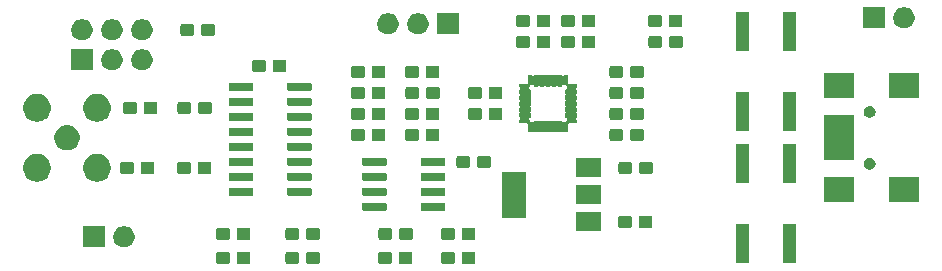
<source format=gbr>
G04 #@! TF.GenerationSoftware,KiCad,Pcbnew,5.1.5-52549c5~86~ubuntu19.10.1*
G04 #@! TF.CreationDate,2020-05-06T16:47:36-07:00*
G04 #@! TF.ProjectId,sdr,7364722e-6b69-4636-9164-5f7063625858,rev?*
G04 #@! TF.SameCoordinates,Original*
G04 #@! TF.FileFunction,Soldermask,Top*
G04 #@! TF.FilePolarity,Negative*
%FSLAX46Y46*%
G04 Gerber Fmt 4.6, Leading zero omitted, Abs format (unit mm)*
G04 Created by KiCad (PCBNEW 5.1.5-52549c5~86~ubuntu19.10.1) date 2020-05-06 16:47:36*
%MOMM*%
%LPD*%
G04 APERTURE LIST*
%ADD10C,0.100000*%
G04 APERTURE END LIST*
D10*
G36*
X53980499Y-33768445D02*
G01*
X54017995Y-33779820D01*
X54052554Y-33798292D01*
X54082847Y-33823153D01*
X54107708Y-33853446D01*
X54126180Y-33888005D01*
X54137555Y-33925501D01*
X54142000Y-33970638D01*
X54142000Y-34609362D01*
X54137555Y-34654499D01*
X54126180Y-34691995D01*
X54107708Y-34726554D01*
X54082847Y-34756847D01*
X54052554Y-34781708D01*
X54017995Y-34800180D01*
X53980499Y-34811555D01*
X53935362Y-34816000D01*
X53196638Y-34816000D01*
X53151501Y-34811555D01*
X53114005Y-34800180D01*
X53079446Y-34781708D01*
X53049153Y-34756847D01*
X53024292Y-34726554D01*
X53005820Y-34691995D01*
X52994445Y-34654499D01*
X52990000Y-34609362D01*
X52990000Y-33970638D01*
X52994445Y-33925501D01*
X53005820Y-33888005D01*
X53024292Y-33853446D01*
X53049153Y-33823153D01*
X53079446Y-33798292D01*
X53114005Y-33779820D01*
X53151501Y-33768445D01*
X53196638Y-33764000D01*
X53935362Y-33764000D01*
X53980499Y-33768445D01*
G37*
G36*
X52230499Y-33768445D02*
G01*
X52267995Y-33779820D01*
X52302554Y-33798292D01*
X52332847Y-33823153D01*
X52357708Y-33853446D01*
X52376180Y-33888005D01*
X52387555Y-33925501D01*
X52392000Y-33970638D01*
X52392000Y-34609362D01*
X52387555Y-34654499D01*
X52376180Y-34691995D01*
X52357708Y-34726554D01*
X52332847Y-34756847D01*
X52302554Y-34781708D01*
X52267995Y-34800180D01*
X52230499Y-34811555D01*
X52185362Y-34816000D01*
X51446638Y-34816000D01*
X51401501Y-34811555D01*
X51364005Y-34800180D01*
X51329446Y-34781708D01*
X51299153Y-34756847D01*
X51274292Y-34726554D01*
X51255820Y-34691995D01*
X51244445Y-34654499D01*
X51240000Y-34609362D01*
X51240000Y-33970638D01*
X51244445Y-33925501D01*
X51255820Y-33888005D01*
X51274292Y-33853446D01*
X51299153Y-33823153D01*
X51329446Y-33798292D01*
X51364005Y-33779820D01*
X51401501Y-33768445D01*
X51446638Y-33764000D01*
X52185362Y-33764000D01*
X52230499Y-33768445D01*
G37*
G36*
X40800499Y-33768445D02*
G01*
X40837995Y-33779820D01*
X40872554Y-33798292D01*
X40902847Y-33823153D01*
X40927708Y-33853446D01*
X40946180Y-33888005D01*
X40957555Y-33925501D01*
X40962000Y-33970638D01*
X40962000Y-34609362D01*
X40957555Y-34654499D01*
X40946180Y-34691995D01*
X40927708Y-34726554D01*
X40902847Y-34756847D01*
X40872554Y-34781708D01*
X40837995Y-34800180D01*
X40800499Y-34811555D01*
X40755362Y-34816000D01*
X40016638Y-34816000D01*
X39971501Y-34811555D01*
X39934005Y-34800180D01*
X39899446Y-34781708D01*
X39869153Y-34756847D01*
X39844292Y-34726554D01*
X39825820Y-34691995D01*
X39814445Y-34654499D01*
X39810000Y-34609362D01*
X39810000Y-33970638D01*
X39814445Y-33925501D01*
X39825820Y-33888005D01*
X39844292Y-33853446D01*
X39869153Y-33823153D01*
X39899446Y-33798292D01*
X39934005Y-33779820D01*
X39971501Y-33768445D01*
X40016638Y-33764000D01*
X40755362Y-33764000D01*
X40800499Y-33768445D01*
G37*
G36*
X39050499Y-33768445D02*
G01*
X39087995Y-33779820D01*
X39122554Y-33798292D01*
X39152847Y-33823153D01*
X39177708Y-33853446D01*
X39196180Y-33888005D01*
X39207555Y-33925501D01*
X39212000Y-33970638D01*
X39212000Y-34609362D01*
X39207555Y-34654499D01*
X39196180Y-34691995D01*
X39177708Y-34726554D01*
X39152847Y-34756847D01*
X39122554Y-34781708D01*
X39087995Y-34800180D01*
X39050499Y-34811555D01*
X39005362Y-34816000D01*
X38266638Y-34816000D01*
X38221501Y-34811555D01*
X38184005Y-34800180D01*
X38149446Y-34781708D01*
X38119153Y-34756847D01*
X38094292Y-34726554D01*
X38075820Y-34691995D01*
X38064445Y-34654499D01*
X38060000Y-34609362D01*
X38060000Y-33970638D01*
X38064445Y-33925501D01*
X38075820Y-33888005D01*
X38094292Y-33853446D01*
X38119153Y-33823153D01*
X38149446Y-33798292D01*
X38184005Y-33779820D01*
X38221501Y-33768445D01*
X38266638Y-33764000D01*
X39005362Y-33764000D01*
X39050499Y-33768445D01*
G37*
G36*
X33180499Y-33768445D02*
G01*
X33217995Y-33779820D01*
X33252554Y-33798292D01*
X33282847Y-33823153D01*
X33307708Y-33853446D01*
X33326180Y-33888005D01*
X33337555Y-33925501D01*
X33342000Y-33970638D01*
X33342000Y-34609362D01*
X33337555Y-34654499D01*
X33326180Y-34691995D01*
X33307708Y-34726554D01*
X33282847Y-34756847D01*
X33252554Y-34781708D01*
X33217995Y-34800180D01*
X33180499Y-34811555D01*
X33135362Y-34816000D01*
X32396638Y-34816000D01*
X32351501Y-34811555D01*
X32314005Y-34800180D01*
X32279446Y-34781708D01*
X32249153Y-34756847D01*
X32224292Y-34726554D01*
X32205820Y-34691995D01*
X32194445Y-34654499D01*
X32190000Y-34609362D01*
X32190000Y-33970638D01*
X32194445Y-33925501D01*
X32205820Y-33888005D01*
X32224292Y-33853446D01*
X32249153Y-33823153D01*
X32279446Y-33798292D01*
X32314005Y-33779820D01*
X32351501Y-33768445D01*
X32396638Y-33764000D01*
X33135362Y-33764000D01*
X33180499Y-33768445D01*
G37*
G36*
X46896499Y-33768445D02*
G01*
X46933995Y-33779820D01*
X46968554Y-33798292D01*
X46998847Y-33823153D01*
X47023708Y-33853446D01*
X47042180Y-33888005D01*
X47053555Y-33925501D01*
X47058000Y-33970638D01*
X47058000Y-34609362D01*
X47053555Y-34654499D01*
X47042180Y-34691995D01*
X47023708Y-34726554D01*
X46998847Y-34756847D01*
X46968554Y-34781708D01*
X46933995Y-34800180D01*
X46896499Y-34811555D01*
X46851362Y-34816000D01*
X46112638Y-34816000D01*
X46067501Y-34811555D01*
X46030005Y-34800180D01*
X45995446Y-34781708D01*
X45965153Y-34756847D01*
X45940292Y-34726554D01*
X45921820Y-34691995D01*
X45910445Y-34654499D01*
X45906000Y-34609362D01*
X45906000Y-33970638D01*
X45910445Y-33925501D01*
X45921820Y-33888005D01*
X45940292Y-33853446D01*
X45965153Y-33823153D01*
X45995446Y-33798292D01*
X46030005Y-33779820D01*
X46067501Y-33768445D01*
X46112638Y-33764000D01*
X46851362Y-33764000D01*
X46896499Y-33768445D01*
G37*
G36*
X48646499Y-33768445D02*
G01*
X48683995Y-33779820D01*
X48718554Y-33798292D01*
X48748847Y-33823153D01*
X48773708Y-33853446D01*
X48792180Y-33888005D01*
X48803555Y-33925501D01*
X48808000Y-33970638D01*
X48808000Y-34609362D01*
X48803555Y-34654499D01*
X48792180Y-34691995D01*
X48773708Y-34726554D01*
X48748847Y-34756847D01*
X48718554Y-34781708D01*
X48683995Y-34800180D01*
X48646499Y-34811555D01*
X48601362Y-34816000D01*
X47862638Y-34816000D01*
X47817501Y-34811555D01*
X47780005Y-34800180D01*
X47745446Y-34781708D01*
X47715153Y-34756847D01*
X47690292Y-34726554D01*
X47671820Y-34691995D01*
X47660445Y-34654499D01*
X47656000Y-34609362D01*
X47656000Y-33970638D01*
X47660445Y-33925501D01*
X47671820Y-33888005D01*
X47690292Y-33853446D01*
X47715153Y-33823153D01*
X47745446Y-33798292D01*
X47780005Y-33779820D01*
X47817501Y-33768445D01*
X47862638Y-33764000D01*
X48601362Y-33764000D01*
X48646499Y-33768445D01*
G37*
G36*
X34930499Y-33768445D02*
G01*
X34967995Y-33779820D01*
X35002554Y-33798292D01*
X35032847Y-33823153D01*
X35057708Y-33853446D01*
X35076180Y-33888005D01*
X35087555Y-33925501D01*
X35092000Y-33970638D01*
X35092000Y-34609362D01*
X35087555Y-34654499D01*
X35076180Y-34691995D01*
X35057708Y-34726554D01*
X35032847Y-34756847D01*
X35002554Y-34781708D01*
X34967995Y-34800180D01*
X34930499Y-34811555D01*
X34885362Y-34816000D01*
X34146638Y-34816000D01*
X34101501Y-34811555D01*
X34064005Y-34800180D01*
X34029446Y-34781708D01*
X33999153Y-34756847D01*
X33974292Y-34726554D01*
X33955820Y-34691995D01*
X33944445Y-34654499D01*
X33940000Y-34609362D01*
X33940000Y-33970638D01*
X33944445Y-33925501D01*
X33955820Y-33888005D01*
X33974292Y-33853446D01*
X33999153Y-33823153D01*
X34029446Y-33798292D01*
X34064005Y-33779820D01*
X34101501Y-33768445D01*
X34146638Y-33764000D01*
X34885362Y-33764000D01*
X34930499Y-33768445D01*
G37*
G36*
X77291000Y-34769000D02*
G01*
X76189000Y-34769000D01*
X76189000Y-31467000D01*
X77291000Y-31467000D01*
X77291000Y-34769000D01*
G37*
G36*
X81291000Y-34769000D02*
G01*
X80189000Y-34769000D01*
X80189000Y-31467000D01*
X81291000Y-31467000D01*
X81291000Y-34769000D01*
G37*
G36*
X22745000Y-33413000D02*
G01*
X20943000Y-33413000D01*
X20943000Y-31611000D01*
X22745000Y-31611000D01*
X22745000Y-33413000D01*
G37*
G36*
X24497512Y-31615927D02*
G01*
X24646812Y-31645624D01*
X24810784Y-31713544D01*
X24958354Y-31812147D01*
X25083853Y-31937646D01*
X25182456Y-32085216D01*
X25250376Y-32249188D01*
X25285000Y-32423259D01*
X25285000Y-32600741D01*
X25250376Y-32774812D01*
X25182456Y-32938784D01*
X25083853Y-33086354D01*
X24958354Y-33211853D01*
X24810784Y-33310456D01*
X24646812Y-33378376D01*
X24497512Y-33408073D01*
X24472742Y-33413000D01*
X24295258Y-33413000D01*
X24270488Y-33408073D01*
X24121188Y-33378376D01*
X23957216Y-33310456D01*
X23809646Y-33211853D01*
X23684147Y-33086354D01*
X23585544Y-32938784D01*
X23517624Y-32774812D01*
X23483000Y-32600741D01*
X23483000Y-32423259D01*
X23517624Y-32249188D01*
X23585544Y-32085216D01*
X23684147Y-31937646D01*
X23809646Y-31812147D01*
X23957216Y-31713544D01*
X24121188Y-31645624D01*
X24270488Y-31615927D01*
X24295258Y-31611000D01*
X24472742Y-31611000D01*
X24497512Y-31615927D01*
G37*
G36*
X39050499Y-31736445D02*
G01*
X39087995Y-31747820D01*
X39122554Y-31766292D01*
X39152847Y-31791153D01*
X39177708Y-31821446D01*
X39196180Y-31856005D01*
X39207555Y-31893501D01*
X39212000Y-31938638D01*
X39212000Y-32577362D01*
X39207555Y-32622499D01*
X39196180Y-32659995D01*
X39177708Y-32694554D01*
X39152847Y-32724847D01*
X39122554Y-32749708D01*
X39087995Y-32768180D01*
X39050499Y-32779555D01*
X39005362Y-32784000D01*
X38266638Y-32784000D01*
X38221501Y-32779555D01*
X38184005Y-32768180D01*
X38149446Y-32749708D01*
X38119153Y-32724847D01*
X38094292Y-32694554D01*
X38075820Y-32659995D01*
X38064445Y-32622499D01*
X38060000Y-32577362D01*
X38060000Y-31938638D01*
X38064445Y-31893501D01*
X38075820Y-31856005D01*
X38094292Y-31821446D01*
X38119153Y-31791153D01*
X38149446Y-31766292D01*
X38184005Y-31747820D01*
X38221501Y-31736445D01*
X38266638Y-31732000D01*
X39005362Y-31732000D01*
X39050499Y-31736445D01*
G37*
G36*
X40800499Y-31736445D02*
G01*
X40837995Y-31747820D01*
X40872554Y-31766292D01*
X40902847Y-31791153D01*
X40927708Y-31821446D01*
X40946180Y-31856005D01*
X40957555Y-31893501D01*
X40962000Y-31938638D01*
X40962000Y-32577362D01*
X40957555Y-32622499D01*
X40946180Y-32659995D01*
X40927708Y-32694554D01*
X40902847Y-32724847D01*
X40872554Y-32749708D01*
X40837995Y-32768180D01*
X40800499Y-32779555D01*
X40755362Y-32784000D01*
X40016638Y-32784000D01*
X39971501Y-32779555D01*
X39934005Y-32768180D01*
X39899446Y-32749708D01*
X39869153Y-32724847D01*
X39844292Y-32694554D01*
X39825820Y-32659995D01*
X39814445Y-32622499D01*
X39810000Y-32577362D01*
X39810000Y-31938638D01*
X39814445Y-31893501D01*
X39825820Y-31856005D01*
X39844292Y-31821446D01*
X39869153Y-31791153D01*
X39899446Y-31766292D01*
X39934005Y-31747820D01*
X39971501Y-31736445D01*
X40016638Y-31732000D01*
X40755362Y-31732000D01*
X40800499Y-31736445D01*
G37*
G36*
X46924499Y-31736445D02*
G01*
X46961995Y-31747820D01*
X46996554Y-31766292D01*
X47026847Y-31791153D01*
X47051708Y-31821446D01*
X47070180Y-31856005D01*
X47081555Y-31893501D01*
X47086000Y-31938638D01*
X47086000Y-32577362D01*
X47081555Y-32622499D01*
X47070180Y-32659995D01*
X47051708Y-32694554D01*
X47026847Y-32724847D01*
X46996554Y-32749708D01*
X46961995Y-32768180D01*
X46924499Y-32779555D01*
X46879362Y-32784000D01*
X46140638Y-32784000D01*
X46095501Y-32779555D01*
X46058005Y-32768180D01*
X46023446Y-32749708D01*
X45993153Y-32724847D01*
X45968292Y-32694554D01*
X45949820Y-32659995D01*
X45938445Y-32622499D01*
X45934000Y-32577362D01*
X45934000Y-31938638D01*
X45938445Y-31893501D01*
X45949820Y-31856005D01*
X45968292Y-31821446D01*
X45993153Y-31791153D01*
X46023446Y-31766292D01*
X46058005Y-31747820D01*
X46095501Y-31736445D01*
X46140638Y-31732000D01*
X46879362Y-31732000D01*
X46924499Y-31736445D01*
G37*
G36*
X34930499Y-31736445D02*
G01*
X34967995Y-31747820D01*
X35002554Y-31766292D01*
X35032847Y-31791153D01*
X35057708Y-31821446D01*
X35076180Y-31856005D01*
X35087555Y-31893501D01*
X35092000Y-31938638D01*
X35092000Y-32577362D01*
X35087555Y-32622499D01*
X35076180Y-32659995D01*
X35057708Y-32694554D01*
X35032847Y-32724847D01*
X35002554Y-32749708D01*
X34967995Y-32768180D01*
X34930499Y-32779555D01*
X34885362Y-32784000D01*
X34146638Y-32784000D01*
X34101501Y-32779555D01*
X34064005Y-32768180D01*
X34029446Y-32749708D01*
X33999153Y-32724847D01*
X33974292Y-32694554D01*
X33955820Y-32659995D01*
X33944445Y-32622499D01*
X33940000Y-32577362D01*
X33940000Y-31938638D01*
X33944445Y-31893501D01*
X33955820Y-31856005D01*
X33974292Y-31821446D01*
X33999153Y-31791153D01*
X34029446Y-31766292D01*
X34064005Y-31747820D01*
X34101501Y-31736445D01*
X34146638Y-31732000D01*
X34885362Y-31732000D01*
X34930499Y-31736445D01*
G37*
G36*
X33180499Y-31736445D02*
G01*
X33217995Y-31747820D01*
X33252554Y-31766292D01*
X33282847Y-31791153D01*
X33307708Y-31821446D01*
X33326180Y-31856005D01*
X33337555Y-31893501D01*
X33342000Y-31938638D01*
X33342000Y-32577362D01*
X33337555Y-32622499D01*
X33326180Y-32659995D01*
X33307708Y-32694554D01*
X33282847Y-32724847D01*
X33252554Y-32749708D01*
X33217995Y-32768180D01*
X33180499Y-32779555D01*
X33135362Y-32784000D01*
X32396638Y-32784000D01*
X32351501Y-32779555D01*
X32314005Y-32768180D01*
X32279446Y-32749708D01*
X32249153Y-32724847D01*
X32224292Y-32694554D01*
X32205820Y-32659995D01*
X32194445Y-32622499D01*
X32190000Y-32577362D01*
X32190000Y-31938638D01*
X32194445Y-31893501D01*
X32205820Y-31856005D01*
X32224292Y-31821446D01*
X32249153Y-31791153D01*
X32279446Y-31766292D01*
X32314005Y-31747820D01*
X32351501Y-31736445D01*
X32396638Y-31732000D01*
X33135362Y-31732000D01*
X33180499Y-31736445D01*
G37*
G36*
X48674499Y-31736445D02*
G01*
X48711995Y-31747820D01*
X48746554Y-31766292D01*
X48776847Y-31791153D01*
X48801708Y-31821446D01*
X48820180Y-31856005D01*
X48831555Y-31893501D01*
X48836000Y-31938638D01*
X48836000Y-32577362D01*
X48831555Y-32622499D01*
X48820180Y-32659995D01*
X48801708Y-32694554D01*
X48776847Y-32724847D01*
X48746554Y-32749708D01*
X48711995Y-32768180D01*
X48674499Y-32779555D01*
X48629362Y-32784000D01*
X47890638Y-32784000D01*
X47845501Y-32779555D01*
X47808005Y-32768180D01*
X47773446Y-32749708D01*
X47743153Y-32724847D01*
X47718292Y-32694554D01*
X47699820Y-32659995D01*
X47688445Y-32622499D01*
X47684000Y-32577362D01*
X47684000Y-31938638D01*
X47688445Y-31893501D01*
X47699820Y-31856005D01*
X47718292Y-31821446D01*
X47743153Y-31791153D01*
X47773446Y-31766292D01*
X47808005Y-31747820D01*
X47845501Y-31736445D01*
X47890638Y-31732000D01*
X48629362Y-31732000D01*
X48674499Y-31736445D01*
G37*
G36*
X52230499Y-31736445D02*
G01*
X52267995Y-31747820D01*
X52302554Y-31766292D01*
X52332847Y-31791153D01*
X52357708Y-31821446D01*
X52376180Y-31856005D01*
X52387555Y-31893501D01*
X52392000Y-31938638D01*
X52392000Y-32577362D01*
X52387555Y-32622499D01*
X52376180Y-32659995D01*
X52357708Y-32694554D01*
X52332847Y-32724847D01*
X52302554Y-32749708D01*
X52267995Y-32768180D01*
X52230499Y-32779555D01*
X52185362Y-32784000D01*
X51446638Y-32784000D01*
X51401501Y-32779555D01*
X51364005Y-32768180D01*
X51329446Y-32749708D01*
X51299153Y-32724847D01*
X51274292Y-32694554D01*
X51255820Y-32659995D01*
X51244445Y-32622499D01*
X51240000Y-32577362D01*
X51240000Y-31938638D01*
X51244445Y-31893501D01*
X51255820Y-31856005D01*
X51274292Y-31821446D01*
X51299153Y-31791153D01*
X51329446Y-31766292D01*
X51364005Y-31747820D01*
X51401501Y-31736445D01*
X51446638Y-31732000D01*
X52185362Y-31732000D01*
X52230499Y-31736445D01*
G37*
G36*
X53980499Y-31736445D02*
G01*
X54017995Y-31747820D01*
X54052554Y-31766292D01*
X54082847Y-31791153D01*
X54107708Y-31821446D01*
X54126180Y-31856005D01*
X54137555Y-31893501D01*
X54142000Y-31938638D01*
X54142000Y-32577362D01*
X54137555Y-32622499D01*
X54126180Y-32659995D01*
X54107708Y-32694554D01*
X54082847Y-32724847D01*
X54052554Y-32749708D01*
X54017995Y-32768180D01*
X53980499Y-32779555D01*
X53935362Y-32784000D01*
X53196638Y-32784000D01*
X53151501Y-32779555D01*
X53114005Y-32768180D01*
X53079446Y-32749708D01*
X53049153Y-32724847D01*
X53024292Y-32694554D01*
X53005820Y-32659995D01*
X52994445Y-32622499D01*
X52990000Y-32577362D01*
X52990000Y-31938638D01*
X52994445Y-31893501D01*
X53005820Y-31856005D01*
X53024292Y-31821446D01*
X53049153Y-31791153D01*
X53079446Y-31766292D01*
X53114005Y-31747820D01*
X53151501Y-31736445D01*
X53196638Y-31732000D01*
X53935362Y-31732000D01*
X53980499Y-31736445D01*
G37*
G36*
X64755000Y-32057000D02*
G01*
X62653000Y-32057000D01*
X62653000Y-30455000D01*
X64755000Y-30455000D01*
X64755000Y-32057000D01*
G37*
G36*
X67216499Y-30720445D02*
G01*
X67253995Y-30731820D01*
X67288554Y-30750292D01*
X67318847Y-30775153D01*
X67343708Y-30805446D01*
X67362180Y-30840005D01*
X67373555Y-30877501D01*
X67378000Y-30922638D01*
X67378000Y-31561362D01*
X67373555Y-31606499D01*
X67362180Y-31643995D01*
X67343708Y-31678554D01*
X67318847Y-31708847D01*
X67288554Y-31733708D01*
X67253995Y-31752180D01*
X67216499Y-31763555D01*
X67171362Y-31768000D01*
X66432638Y-31768000D01*
X66387501Y-31763555D01*
X66350005Y-31752180D01*
X66315446Y-31733708D01*
X66285153Y-31708847D01*
X66260292Y-31678554D01*
X66241820Y-31643995D01*
X66230445Y-31606499D01*
X66226000Y-31561362D01*
X66226000Y-30922638D01*
X66230445Y-30877501D01*
X66241820Y-30840005D01*
X66260292Y-30805446D01*
X66285153Y-30775153D01*
X66315446Y-30750292D01*
X66350005Y-30731820D01*
X66387501Y-30720445D01*
X66432638Y-30716000D01*
X67171362Y-30716000D01*
X67216499Y-30720445D01*
G37*
G36*
X68966499Y-30720445D02*
G01*
X69003995Y-30731820D01*
X69038554Y-30750292D01*
X69068847Y-30775153D01*
X69093708Y-30805446D01*
X69112180Y-30840005D01*
X69123555Y-30877501D01*
X69128000Y-30922638D01*
X69128000Y-31561362D01*
X69123555Y-31606499D01*
X69112180Y-31643995D01*
X69093708Y-31678554D01*
X69068847Y-31708847D01*
X69038554Y-31733708D01*
X69003995Y-31752180D01*
X68966499Y-31763555D01*
X68921362Y-31768000D01*
X68182638Y-31768000D01*
X68137501Y-31763555D01*
X68100005Y-31752180D01*
X68065446Y-31733708D01*
X68035153Y-31708847D01*
X68010292Y-31678554D01*
X67991820Y-31643995D01*
X67980445Y-31606499D01*
X67976000Y-31561362D01*
X67976000Y-30922638D01*
X67980445Y-30877501D01*
X67991820Y-30840005D01*
X68010292Y-30805446D01*
X68035153Y-30775153D01*
X68065446Y-30750292D01*
X68100005Y-30731820D01*
X68137501Y-30720445D01*
X68182638Y-30716000D01*
X68921362Y-30716000D01*
X68966499Y-30720445D01*
G37*
G36*
X58455000Y-30907000D02*
G01*
X56353000Y-30907000D01*
X56353000Y-27005000D01*
X58455000Y-27005000D01*
X58455000Y-30907000D01*
G37*
G36*
X51480928Y-29623764D02*
G01*
X51502009Y-29630160D01*
X51521445Y-29640548D01*
X51538476Y-29654524D01*
X51552452Y-29671555D01*
X51562840Y-29690991D01*
X51569236Y-29712072D01*
X51572000Y-29740140D01*
X51572000Y-30203860D01*
X51569236Y-30231928D01*
X51562840Y-30253009D01*
X51552452Y-30272445D01*
X51538476Y-30289476D01*
X51521445Y-30303452D01*
X51502009Y-30313840D01*
X51480928Y-30320236D01*
X51452860Y-30323000D01*
X49639140Y-30323000D01*
X49611072Y-30320236D01*
X49589991Y-30313840D01*
X49570555Y-30303452D01*
X49553524Y-30289476D01*
X49539548Y-30272445D01*
X49529160Y-30253009D01*
X49522764Y-30231928D01*
X49520000Y-30203860D01*
X49520000Y-29740140D01*
X49522764Y-29712072D01*
X49529160Y-29690991D01*
X49539548Y-29671555D01*
X49553524Y-29654524D01*
X49570555Y-29640548D01*
X49589991Y-29630160D01*
X49611072Y-29623764D01*
X49639140Y-29621000D01*
X51452860Y-29621000D01*
X51480928Y-29623764D01*
G37*
G36*
X46530928Y-29623764D02*
G01*
X46552009Y-29630160D01*
X46571445Y-29640548D01*
X46588476Y-29654524D01*
X46602452Y-29671555D01*
X46612840Y-29690991D01*
X46619236Y-29712072D01*
X46622000Y-29740140D01*
X46622000Y-30203860D01*
X46619236Y-30231928D01*
X46612840Y-30253009D01*
X46602452Y-30272445D01*
X46588476Y-30289476D01*
X46571445Y-30303452D01*
X46552009Y-30313840D01*
X46530928Y-30320236D01*
X46502860Y-30323000D01*
X44689140Y-30323000D01*
X44661072Y-30320236D01*
X44639991Y-30313840D01*
X44620555Y-30303452D01*
X44603524Y-30289476D01*
X44589548Y-30272445D01*
X44579160Y-30253009D01*
X44572764Y-30231928D01*
X44570000Y-30203860D01*
X44570000Y-29740140D01*
X44572764Y-29712072D01*
X44579160Y-29690991D01*
X44589548Y-29671555D01*
X44603524Y-29654524D01*
X44620555Y-29640548D01*
X44639991Y-29630160D01*
X44661072Y-29623764D01*
X44689140Y-29621000D01*
X46502860Y-29621000D01*
X46530928Y-29623764D01*
G37*
G36*
X64755000Y-29757000D02*
G01*
X62653000Y-29757000D01*
X62653000Y-28155000D01*
X64755000Y-28155000D01*
X64755000Y-29757000D01*
G37*
G36*
X86225000Y-29581000D02*
G01*
X83623000Y-29581000D01*
X83623000Y-27479000D01*
X86225000Y-27479000D01*
X86225000Y-29581000D01*
G37*
G36*
X91725000Y-29581000D02*
G01*
X89123000Y-29581000D01*
X89123000Y-27479000D01*
X91725000Y-27479000D01*
X91725000Y-29581000D01*
G37*
G36*
X46530928Y-28353764D02*
G01*
X46552009Y-28360160D01*
X46571445Y-28370548D01*
X46588476Y-28384524D01*
X46602452Y-28401555D01*
X46612840Y-28420991D01*
X46619236Y-28442072D01*
X46622000Y-28470140D01*
X46622000Y-28933860D01*
X46619236Y-28961928D01*
X46612840Y-28983009D01*
X46602452Y-29002445D01*
X46588476Y-29019476D01*
X46571445Y-29033452D01*
X46552009Y-29043840D01*
X46530928Y-29050236D01*
X46502860Y-29053000D01*
X44689140Y-29053000D01*
X44661072Y-29050236D01*
X44639991Y-29043840D01*
X44620555Y-29033452D01*
X44603524Y-29019476D01*
X44589548Y-29002445D01*
X44579160Y-28983009D01*
X44572764Y-28961928D01*
X44570000Y-28933860D01*
X44570000Y-28470140D01*
X44572764Y-28442072D01*
X44579160Y-28420991D01*
X44589548Y-28401555D01*
X44603524Y-28384524D01*
X44620555Y-28370548D01*
X44639991Y-28360160D01*
X44661072Y-28353764D01*
X44689140Y-28351000D01*
X46502860Y-28351000D01*
X46530928Y-28353764D01*
G37*
G36*
X51480928Y-28353764D02*
G01*
X51502009Y-28360160D01*
X51521445Y-28370548D01*
X51538476Y-28384524D01*
X51552452Y-28401555D01*
X51562840Y-28420991D01*
X51569236Y-28442072D01*
X51572000Y-28470140D01*
X51572000Y-28933860D01*
X51569236Y-28961928D01*
X51562840Y-28983009D01*
X51552452Y-29002445D01*
X51538476Y-29019476D01*
X51521445Y-29033452D01*
X51502009Y-29043840D01*
X51480928Y-29050236D01*
X51452860Y-29053000D01*
X49639140Y-29053000D01*
X49611072Y-29050236D01*
X49589991Y-29043840D01*
X49570555Y-29033452D01*
X49553524Y-29019476D01*
X49539548Y-29002445D01*
X49529160Y-28983009D01*
X49522764Y-28961928D01*
X49520000Y-28933860D01*
X49520000Y-28470140D01*
X49522764Y-28442072D01*
X49529160Y-28420991D01*
X49539548Y-28401555D01*
X49553524Y-28384524D01*
X49570555Y-28370548D01*
X49589991Y-28360160D01*
X49611072Y-28353764D01*
X49639140Y-28351000D01*
X51452860Y-28351000D01*
X51480928Y-28353764D01*
G37*
G36*
X35224928Y-28353764D02*
G01*
X35246009Y-28360160D01*
X35265445Y-28370548D01*
X35282476Y-28384524D01*
X35296452Y-28401555D01*
X35306840Y-28420991D01*
X35313236Y-28442072D01*
X35316000Y-28470140D01*
X35316000Y-28933860D01*
X35313236Y-28961928D01*
X35306840Y-28983009D01*
X35296452Y-29002445D01*
X35282476Y-29019476D01*
X35265445Y-29033452D01*
X35246009Y-29043840D01*
X35224928Y-29050236D01*
X35196860Y-29053000D01*
X33383140Y-29053000D01*
X33355072Y-29050236D01*
X33333991Y-29043840D01*
X33314555Y-29033452D01*
X33297524Y-29019476D01*
X33283548Y-29002445D01*
X33273160Y-28983009D01*
X33266764Y-28961928D01*
X33264000Y-28933860D01*
X33264000Y-28470140D01*
X33266764Y-28442072D01*
X33273160Y-28420991D01*
X33283548Y-28401555D01*
X33297524Y-28384524D01*
X33314555Y-28370548D01*
X33333991Y-28360160D01*
X33355072Y-28353764D01*
X33383140Y-28351000D01*
X35196860Y-28351000D01*
X35224928Y-28353764D01*
G37*
G36*
X40174928Y-28353764D02*
G01*
X40196009Y-28360160D01*
X40215445Y-28370548D01*
X40232476Y-28384524D01*
X40246452Y-28401555D01*
X40256840Y-28420991D01*
X40263236Y-28442072D01*
X40266000Y-28470140D01*
X40266000Y-28933860D01*
X40263236Y-28961928D01*
X40256840Y-28983009D01*
X40246452Y-29002445D01*
X40232476Y-29019476D01*
X40215445Y-29033452D01*
X40196009Y-29043840D01*
X40174928Y-29050236D01*
X40146860Y-29053000D01*
X38333140Y-29053000D01*
X38305072Y-29050236D01*
X38283991Y-29043840D01*
X38264555Y-29033452D01*
X38247524Y-29019476D01*
X38233548Y-29002445D01*
X38223160Y-28983009D01*
X38216764Y-28961928D01*
X38214000Y-28933860D01*
X38214000Y-28470140D01*
X38216764Y-28442072D01*
X38223160Y-28420991D01*
X38233548Y-28401555D01*
X38247524Y-28384524D01*
X38264555Y-28370548D01*
X38283991Y-28360160D01*
X38305072Y-28353764D01*
X38333140Y-28351000D01*
X40146860Y-28351000D01*
X40174928Y-28353764D01*
G37*
G36*
X81291000Y-27969000D02*
G01*
X80189000Y-27969000D01*
X80189000Y-24667000D01*
X81291000Y-24667000D01*
X81291000Y-27969000D01*
G37*
G36*
X77291000Y-27969000D02*
G01*
X76189000Y-27969000D01*
X76189000Y-24667000D01*
X77291000Y-24667000D01*
X77291000Y-27969000D01*
G37*
G36*
X17209560Y-25509064D02*
G01*
X17361027Y-25539193D01*
X17575045Y-25627842D01*
X17610930Y-25651820D01*
X17767654Y-25756539D01*
X17931461Y-25920346D01*
X18005397Y-26031000D01*
X18060158Y-26112955D01*
X18148807Y-26326973D01*
X18164260Y-26404661D01*
X18188326Y-26525646D01*
X18194000Y-26554174D01*
X18194000Y-26785826D01*
X18148807Y-27013027D01*
X18060158Y-27227045D01*
X18060157Y-27227046D01*
X17931461Y-27419654D01*
X17767654Y-27583461D01*
X17680436Y-27641738D01*
X17575045Y-27712158D01*
X17361027Y-27800807D01*
X17209560Y-27830936D01*
X17133827Y-27846000D01*
X16902173Y-27846000D01*
X16826440Y-27830936D01*
X16674973Y-27800807D01*
X16460955Y-27712158D01*
X16355564Y-27641738D01*
X16268346Y-27583461D01*
X16104539Y-27419654D01*
X15975843Y-27227046D01*
X15975842Y-27227045D01*
X15887193Y-27013027D01*
X15842000Y-26785826D01*
X15842000Y-26554174D01*
X15847675Y-26525646D01*
X15871740Y-26404661D01*
X15887193Y-26326973D01*
X15975842Y-26112955D01*
X16030603Y-26031000D01*
X16104539Y-25920346D01*
X16268346Y-25756539D01*
X16425070Y-25651820D01*
X16460955Y-25627842D01*
X16674973Y-25539193D01*
X16826440Y-25509064D01*
X16902173Y-25494000D01*
X17133827Y-25494000D01*
X17209560Y-25509064D01*
G37*
G36*
X22289560Y-25509064D02*
G01*
X22441027Y-25539193D01*
X22655045Y-25627842D01*
X22690930Y-25651820D01*
X22847654Y-25756539D01*
X23011461Y-25920346D01*
X23085397Y-26031000D01*
X23140158Y-26112955D01*
X23228807Y-26326973D01*
X23244260Y-26404661D01*
X23268326Y-26525646D01*
X23274000Y-26554174D01*
X23274000Y-26785826D01*
X23228807Y-27013027D01*
X23140158Y-27227045D01*
X23140157Y-27227046D01*
X23011461Y-27419654D01*
X22847654Y-27583461D01*
X22760436Y-27641738D01*
X22655045Y-27712158D01*
X22441027Y-27800807D01*
X22289560Y-27830936D01*
X22213827Y-27846000D01*
X21982173Y-27846000D01*
X21906440Y-27830936D01*
X21754973Y-27800807D01*
X21540955Y-27712158D01*
X21435564Y-27641738D01*
X21348346Y-27583461D01*
X21184539Y-27419654D01*
X21055843Y-27227046D01*
X21055842Y-27227045D01*
X20967193Y-27013027D01*
X20922000Y-26785826D01*
X20922000Y-26554174D01*
X20927675Y-26525646D01*
X20951740Y-26404661D01*
X20967193Y-26326973D01*
X21055842Y-26112955D01*
X21110603Y-26031000D01*
X21184539Y-25920346D01*
X21348346Y-25756539D01*
X21505070Y-25651820D01*
X21540955Y-25627842D01*
X21754973Y-25539193D01*
X21906440Y-25509064D01*
X21982173Y-25494000D01*
X22213827Y-25494000D01*
X22289560Y-25509064D01*
G37*
G36*
X40174928Y-27083764D02*
G01*
X40196009Y-27090160D01*
X40215445Y-27100548D01*
X40232476Y-27114524D01*
X40246452Y-27131555D01*
X40256840Y-27150991D01*
X40263236Y-27172072D01*
X40266000Y-27200140D01*
X40266000Y-27663860D01*
X40263236Y-27691928D01*
X40256840Y-27713009D01*
X40246452Y-27732445D01*
X40232476Y-27749476D01*
X40215445Y-27763452D01*
X40196009Y-27773840D01*
X40174928Y-27780236D01*
X40146860Y-27783000D01*
X38333140Y-27783000D01*
X38305072Y-27780236D01*
X38283991Y-27773840D01*
X38264555Y-27763452D01*
X38247524Y-27749476D01*
X38233548Y-27732445D01*
X38223160Y-27713009D01*
X38216764Y-27691928D01*
X38214000Y-27663860D01*
X38214000Y-27200140D01*
X38216764Y-27172072D01*
X38223160Y-27150991D01*
X38233548Y-27131555D01*
X38247524Y-27114524D01*
X38264555Y-27100548D01*
X38283991Y-27090160D01*
X38305072Y-27083764D01*
X38333140Y-27081000D01*
X40146860Y-27081000D01*
X40174928Y-27083764D01*
G37*
G36*
X35224928Y-27083764D02*
G01*
X35246009Y-27090160D01*
X35265445Y-27100548D01*
X35282476Y-27114524D01*
X35296452Y-27131555D01*
X35306840Y-27150991D01*
X35313236Y-27172072D01*
X35316000Y-27200140D01*
X35316000Y-27663860D01*
X35313236Y-27691928D01*
X35306840Y-27713009D01*
X35296452Y-27732445D01*
X35282476Y-27749476D01*
X35265445Y-27763452D01*
X35246009Y-27773840D01*
X35224928Y-27780236D01*
X35196860Y-27783000D01*
X33383140Y-27783000D01*
X33355072Y-27780236D01*
X33333991Y-27773840D01*
X33314555Y-27763452D01*
X33297524Y-27749476D01*
X33283548Y-27732445D01*
X33273160Y-27713009D01*
X33266764Y-27691928D01*
X33264000Y-27663860D01*
X33264000Y-27200140D01*
X33266764Y-27172072D01*
X33273160Y-27150991D01*
X33283548Y-27131555D01*
X33297524Y-27114524D01*
X33314555Y-27100548D01*
X33333991Y-27090160D01*
X33355072Y-27083764D01*
X33383140Y-27081000D01*
X35196860Y-27081000D01*
X35224928Y-27083764D01*
G37*
G36*
X51480928Y-27083764D02*
G01*
X51502009Y-27090160D01*
X51521445Y-27100548D01*
X51538476Y-27114524D01*
X51552452Y-27131555D01*
X51562840Y-27150991D01*
X51569236Y-27172072D01*
X51572000Y-27200140D01*
X51572000Y-27663860D01*
X51569236Y-27691928D01*
X51562840Y-27713009D01*
X51552452Y-27732445D01*
X51538476Y-27749476D01*
X51521445Y-27763452D01*
X51502009Y-27773840D01*
X51480928Y-27780236D01*
X51452860Y-27783000D01*
X49639140Y-27783000D01*
X49611072Y-27780236D01*
X49589991Y-27773840D01*
X49570555Y-27763452D01*
X49553524Y-27749476D01*
X49539548Y-27732445D01*
X49529160Y-27713009D01*
X49522764Y-27691928D01*
X49520000Y-27663860D01*
X49520000Y-27200140D01*
X49522764Y-27172072D01*
X49529160Y-27150991D01*
X49539548Y-27131555D01*
X49553524Y-27114524D01*
X49570555Y-27100548D01*
X49589991Y-27090160D01*
X49611072Y-27083764D01*
X49639140Y-27081000D01*
X51452860Y-27081000D01*
X51480928Y-27083764D01*
G37*
G36*
X46530928Y-27083764D02*
G01*
X46552009Y-27090160D01*
X46571445Y-27100548D01*
X46588476Y-27114524D01*
X46602452Y-27131555D01*
X46612840Y-27150991D01*
X46619236Y-27172072D01*
X46622000Y-27200140D01*
X46622000Y-27663860D01*
X46619236Y-27691928D01*
X46612840Y-27713009D01*
X46602452Y-27732445D01*
X46588476Y-27749476D01*
X46571445Y-27763452D01*
X46552009Y-27773840D01*
X46530928Y-27780236D01*
X46502860Y-27783000D01*
X44689140Y-27783000D01*
X44661072Y-27780236D01*
X44639991Y-27773840D01*
X44620555Y-27763452D01*
X44603524Y-27749476D01*
X44589548Y-27732445D01*
X44579160Y-27713009D01*
X44572764Y-27691928D01*
X44570000Y-27663860D01*
X44570000Y-27200140D01*
X44572764Y-27172072D01*
X44579160Y-27150991D01*
X44589548Y-27131555D01*
X44603524Y-27114524D01*
X44620555Y-27100548D01*
X44639991Y-27090160D01*
X44661072Y-27083764D01*
X44689140Y-27081000D01*
X46502860Y-27081000D01*
X46530928Y-27083764D01*
G37*
G36*
X64755000Y-27457000D02*
G01*
X62653000Y-27457000D01*
X62653000Y-25855000D01*
X64755000Y-25855000D01*
X64755000Y-27457000D01*
G37*
G36*
X68994499Y-26148445D02*
G01*
X69031995Y-26159820D01*
X69066554Y-26178292D01*
X69096847Y-26203153D01*
X69121708Y-26233446D01*
X69140180Y-26268005D01*
X69151555Y-26305501D01*
X69156000Y-26350638D01*
X69156000Y-26989362D01*
X69151555Y-27034499D01*
X69140180Y-27071995D01*
X69121708Y-27106554D01*
X69096847Y-27136847D01*
X69066554Y-27161708D01*
X69031995Y-27180180D01*
X68994499Y-27191555D01*
X68949362Y-27196000D01*
X68210638Y-27196000D01*
X68165501Y-27191555D01*
X68128005Y-27180180D01*
X68093446Y-27161708D01*
X68063153Y-27136847D01*
X68038292Y-27106554D01*
X68019820Y-27071995D01*
X68008445Y-27034499D01*
X68004000Y-26989362D01*
X68004000Y-26350638D01*
X68008445Y-26305501D01*
X68019820Y-26268005D01*
X68038292Y-26233446D01*
X68063153Y-26203153D01*
X68093446Y-26178292D01*
X68128005Y-26159820D01*
X68165501Y-26148445D01*
X68210638Y-26144000D01*
X68949362Y-26144000D01*
X68994499Y-26148445D01*
G37*
G36*
X29878499Y-26148445D02*
G01*
X29915995Y-26159820D01*
X29950554Y-26178292D01*
X29980847Y-26203153D01*
X30005708Y-26233446D01*
X30024180Y-26268005D01*
X30035555Y-26305501D01*
X30040000Y-26350638D01*
X30040000Y-26989362D01*
X30035555Y-27034499D01*
X30024180Y-27071995D01*
X30005708Y-27106554D01*
X29980847Y-27136847D01*
X29950554Y-27161708D01*
X29915995Y-27180180D01*
X29878499Y-27191555D01*
X29833362Y-27196000D01*
X29094638Y-27196000D01*
X29049501Y-27191555D01*
X29012005Y-27180180D01*
X28977446Y-27161708D01*
X28947153Y-27136847D01*
X28922292Y-27106554D01*
X28903820Y-27071995D01*
X28892445Y-27034499D01*
X28888000Y-26989362D01*
X28888000Y-26350638D01*
X28892445Y-26305501D01*
X28903820Y-26268005D01*
X28922292Y-26233446D01*
X28947153Y-26203153D01*
X28977446Y-26178292D01*
X29012005Y-26159820D01*
X29049501Y-26148445D01*
X29094638Y-26144000D01*
X29833362Y-26144000D01*
X29878499Y-26148445D01*
G37*
G36*
X31628499Y-26148445D02*
G01*
X31665995Y-26159820D01*
X31700554Y-26178292D01*
X31730847Y-26203153D01*
X31755708Y-26233446D01*
X31774180Y-26268005D01*
X31785555Y-26305501D01*
X31790000Y-26350638D01*
X31790000Y-26989362D01*
X31785555Y-27034499D01*
X31774180Y-27071995D01*
X31755708Y-27106554D01*
X31730847Y-27136847D01*
X31700554Y-27161708D01*
X31665995Y-27180180D01*
X31628499Y-27191555D01*
X31583362Y-27196000D01*
X30844638Y-27196000D01*
X30799501Y-27191555D01*
X30762005Y-27180180D01*
X30727446Y-27161708D01*
X30697153Y-27136847D01*
X30672292Y-27106554D01*
X30653820Y-27071995D01*
X30642445Y-27034499D01*
X30638000Y-26989362D01*
X30638000Y-26350638D01*
X30642445Y-26305501D01*
X30653820Y-26268005D01*
X30672292Y-26233446D01*
X30697153Y-26203153D01*
X30727446Y-26178292D01*
X30762005Y-26159820D01*
X30799501Y-26148445D01*
X30844638Y-26144000D01*
X31583362Y-26144000D01*
X31628499Y-26148445D01*
G37*
G36*
X25052499Y-26148445D02*
G01*
X25089995Y-26159820D01*
X25124554Y-26178292D01*
X25154847Y-26203153D01*
X25179708Y-26233446D01*
X25198180Y-26268005D01*
X25209555Y-26305501D01*
X25214000Y-26350638D01*
X25214000Y-26989362D01*
X25209555Y-27034499D01*
X25198180Y-27071995D01*
X25179708Y-27106554D01*
X25154847Y-27136847D01*
X25124554Y-27161708D01*
X25089995Y-27180180D01*
X25052499Y-27191555D01*
X25007362Y-27196000D01*
X24268638Y-27196000D01*
X24223501Y-27191555D01*
X24186005Y-27180180D01*
X24151446Y-27161708D01*
X24121153Y-27136847D01*
X24096292Y-27106554D01*
X24077820Y-27071995D01*
X24066445Y-27034499D01*
X24062000Y-26989362D01*
X24062000Y-26350638D01*
X24066445Y-26305501D01*
X24077820Y-26268005D01*
X24096292Y-26233446D01*
X24121153Y-26203153D01*
X24151446Y-26178292D01*
X24186005Y-26159820D01*
X24223501Y-26148445D01*
X24268638Y-26144000D01*
X25007362Y-26144000D01*
X25052499Y-26148445D01*
G37*
G36*
X26802499Y-26148445D02*
G01*
X26839995Y-26159820D01*
X26874554Y-26178292D01*
X26904847Y-26203153D01*
X26929708Y-26233446D01*
X26948180Y-26268005D01*
X26959555Y-26305501D01*
X26964000Y-26350638D01*
X26964000Y-26989362D01*
X26959555Y-27034499D01*
X26948180Y-27071995D01*
X26929708Y-27106554D01*
X26904847Y-27136847D01*
X26874554Y-27161708D01*
X26839995Y-27180180D01*
X26802499Y-27191555D01*
X26757362Y-27196000D01*
X26018638Y-27196000D01*
X25973501Y-27191555D01*
X25936005Y-27180180D01*
X25901446Y-27161708D01*
X25871153Y-27136847D01*
X25846292Y-27106554D01*
X25827820Y-27071995D01*
X25816445Y-27034499D01*
X25812000Y-26989362D01*
X25812000Y-26350638D01*
X25816445Y-26305501D01*
X25827820Y-26268005D01*
X25846292Y-26233446D01*
X25871153Y-26203153D01*
X25901446Y-26178292D01*
X25936005Y-26159820D01*
X25973501Y-26148445D01*
X26018638Y-26144000D01*
X26757362Y-26144000D01*
X26802499Y-26148445D01*
G37*
G36*
X67244499Y-26148445D02*
G01*
X67281995Y-26159820D01*
X67316554Y-26178292D01*
X67346847Y-26203153D01*
X67371708Y-26233446D01*
X67390180Y-26268005D01*
X67401555Y-26305501D01*
X67406000Y-26350638D01*
X67406000Y-26989362D01*
X67401555Y-27034499D01*
X67390180Y-27071995D01*
X67371708Y-27106554D01*
X67346847Y-27136847D01*
X67316554Y-27161708D01*
X67281995Y-27180180D01*
X67244499Y-27191555D01*
X67199362Y-27196000D01*
X66460638Y-27196000D01*
X66415501Y-27191555D01*
X66378005Y-27180180D01*
X66343446Y-27161708D01*
X66313153Y-27136847D01*
X66288292Y-27106554D01*
X66269820Y-27071995D01*
X66258445Y-27034499D01*
X66254000Y-26989362D01*
X66254000Y-26350638D01*
X66258445Y-26305501D01*
X66269820Y-26268005D01*
X66288292Y-26233446D01*
X66313153Y-26203153D01*
X66343446Y-26178292D01*
X66378005Y-26159820D01*
X66415501Y-26148445D01*
X66460638Y-26144000D01*
X67199362Y-26144000D01*
X67244499Y-26148445D01*
G37*
G36*
X87621740Y-25838626D02*
G01*
X87670136Y-25848253D01*
X87707902Y-25863896D01*
X87761311Y-25886019D01*
X87780738Y-25899000D01*
X87843369Y-25940848D01*
X87913152Y-26010631D01*
X87913153Y-26010633D01*
X87967981Y-26092689D01*
X87976375Y-26112954D01*
X88005747Y-26183864D01*
X88025000Y-26280656D01*
X88025000Y-26379344D01*
X88005747Y-26476136D01*
X87998574Y-26493452D01*
X87967981Y-26567311D01*
X87967980Y-26567312D01*
X87913152Y-26649369D01*
X87843369Y-26719152D01*
X87802062Y-26746752D01*
X87761311Y-26773981D01*
X87707902Y-26796104D01*
X87670136Y-26811747D01*
X87621740Y-26821373D01*
X87573345Y-26831000D01*
X87474655Y-26831000D01*
X87426260Y-26821373D01*
X87377864Y-26811747D01*
X87340098Y-26796104D01*
X87286689Y-26773981D01*
X87245938Y-26746752D01*
X87204631Y-26719152D01*
X87134848Y-26649369D01*
X87080020Y-26567312D01*
X87080019Y-26567311D01*
X87049426Y-26493452D01*
X87042253Y-26476136D01*
X87023000Y-26379344D01*
X87023000Y-26280656D01*
X87042253Y-26183864D01*
X87071625Y-26112954D01*
X87080019Y-26092689D01*
X87134847Y-26010633D01*
X87134848Y-26010631D01*
X87204631Y-25940848D01*
X87267262Y-25899000D01*
X87286689Y-25886019D01*
X87340098Y-25863896D01*
X87377864Y-25848253D01*
X87426260Y-25838626D01*
X87474655Y-25829000D01*
X87573345Y-25829000D01*
X87621740Y-25838626D01*
G37*
G36*
X53528499Y-25640445D02*
G01*
X53565995Y-25651820D01*
X53600554Y-25670292D01*
X53630847Y-25695153D01*
X53655708Y-25725446D01*
X53674180Y-25760005D01*
X53685555Y-25797501D01*
X53690000Y-25842638D01*
X53690000Y-26481362D01*
X53685555Y-26526499D01*
X53674180Y-26563995D01*
X53655708Y-26598554D01*
X53630847Y-26628847D01*
X53600554Y-26653708D01*
X53565995Y-26672180D01*
X53528499Y-26683555D01*
X53483362Y-26688000D01*
X52744638Y-26688000D01*
X52699501Y-26683555D01*
X52662005Y-26672180D01*
X52627446Y-26653708D01*
X52597153Y-26628847D01*
X52572292Y-26598554D01*
X52553820Y-26563995D01*
X52542445Y-26526499D01*
X52538000Y-26481362D01*
X52538000Y-25842638D01*
X52542445Y-25797501D01*
X52553820Y-25760005D01*
X52572292Y-25725446D01*
X52597153Y-25695153D01*
X52627446Y-25670292D01*
X52662005Y-25651820D01*
X52699501Y-25640445D01*
X52744638Y-25636000D01*
X53483362Y-25636000D01*
X53528499Y-25640445D01*
G37*
G36*
X55278499Y-25640445D02*
G01*
X55315995Y-25651820D01*
X55350554Y-25670292D01*
X55380847Y-25695153D01*
X55405708Y-25725446D01*
X55424180Y-25760005D01*
X55435555Y-25797501D01*
X55440000Y-25842638D01*
X55440000Y-26481362D01*
X55435555Y-26526499D01*
X55424180Y-26563995D01*
X55405708Y-26598554D01*
X55380847Y-26628847D01*
X55350554Y-26653708D01*
X55315995Y-26672180D01*
X55278499Y-26683555D01*
X55233362Y-26688000D01*
X54494638Y-26688000D01*
X54449501Y-26683555D01*
X54412005Y-26672180D01*
X54377446Y-26653708D01*
X54347153Y-26628847D01*
X54322292Y-26598554D01*
X54303820Y-26563995D01*
X54292445Y-26526499D01*
X54288000Y-26481362D01*
X54288000Y-25842638D01*
X54292445Y-25797501D01*
X54303820Y-25760005D01*
X54322292Y-25725446D01*
X54347153Y-25695153D01*
X54377446Y-25670292D01*
X54412005Y-25651820D01*
X54449501Y-25640445D01*
X54494638Y-25636000D01*
X55233362Y-25636000D01*
X55278499Y-25640445D01*
G37*
G36*
X51480928Y-25813764D02*
G01*
X51502009Y-25820160D01*
X51521445Y-25830548D01*
X51538476Y-25844524D01*
X51552452Y-25861555D01*
X51562840Y-25880991D01*
X51569236Y-25902072D01*
X51572000Y-25930140D01*
X51572000Y-26393860D01*
X51569236Y-26421928D01*
X51562840Y-26443009D01*
X51552452Y-26462445D01*
X51538476Y-26479476D01*
X51521445Y-26493452D01*
X51502009Y-26503840D01*
X51480928Y-26510236D01*
X51452860Y-26513000D01*
X49639140Y-26513000D01*
X49611072Y-26510236D01*
X49589991Y-26503840D01*
X49570555Y-26493452D01*
X49553524Y-26479476D01*
X49539548Y-26462445D01*
X49529160Y-26443009D01*
X49522764Y-26421928D01*
X49520000Y-26393860D01*
X49520000Y-25930140D01*
X49522764Y-25902072D01*
X49529160Y-25880991D01*
X49539548Y-25861555D01*
X49553524Y-25844524D01*
X49570555Y-25830548D01*
X49589991Y-25820160D01*
X49611072Y-25813764D01*
X49639140Y-25811000D01*
X51452860Y-25811000D01*
X51480928Y-25813764D01*
G37*
G36*
X46530928Y-25813764D02*
G01*
X46552009Y-25820160D01*
X46571445Y-25830548D01*
X46588476Y-25844524D01*
X46602452Y-25861555D01*
X46612840Y-25880991D01*
X46619236Y-25902072D01*
X46622000Y-25930140D01*
X46622000Y-26393860D01*
X46619236Y-26421928D01*
X46612840Y-26443009D01*
X46602452Y-26462445D01*
X46588476Y-26479476D01*
X46571445Y-26493452D01*
X46552009Y-26503840D01*
X46530928Y-26510236D01*
X46502860Y-26513000D01*
X44689140Y-26513000D01*
X44661072Y-26510236D01*
X44639991Y-26503840D01*
X44620555Y-26493452D01*
X44603524Y-26479476D01*
X44589548Y-26462445D01*
X44579160Y-26443009D01*
X44572764Y-26421928D01*
X44570000Y-26393860D01*
X44570000Y-25930140D01*
X44572764Y-25902072D01*
X44579160Y-25880991D01*
X44589548Y-25861555D01*
X44603524Y-25844524D01*
X44620555Y-25830548D01*
X44639991Y-25820160D01*
X44661072Y-25813764D01*
X44689140Y-25811000D01*
X46502860Y-25811000D01*
X46530928Y-25813764D01*
G37*
G36*
X40174928Y-25813764D02*
G01*
X40196009Y-25820160D01*
X40215445Y-25830548D01*
X40232476Y-25844524D01*
X40246452Y-25861555D01*
X40256840Y-25880991D01*
X40263236Y-25902072D01*
X40266000Y-25930140D01*
X40266000Y-26393860D01*
X40263236Y-26421928D01*
X40256840Y-26443009D01*
X40246452Y-26462445D01*
X40232476Y-26479476D01*
X40215445Y-26493452D01*
X40196009Y-26503840D01*
X40174928Y-26510236D01*
X40146860Y-26513000D01*
X38333140Y-26513000D01*
X38305072Y-26510236D01*
X38283991Y-26503840D01*
X38264555Y-26493452D01*
X38247524Y-26479476D01*
X38233548Y-26462445D01*
X38223160Y-26443009D01*
X38216764Y-26421928D01*
X38214000Y-26393860D01*
X38214000Y-25930140D01*
X38216764Y-25902072D01*
X38223160Y-25880991D01*
X38233548Y-25861555D01*
X38247524Y-25844524D01*
X38264555Y-25830548D01*
X38283991Y-25820160D01*
X38305072Y-25813764D01*
X38333140Y-25811000D01*
X40146860Y-25811000D01*
X40174928Y-25813764D01*
G37*
G36*
X35224928Y-25813764D02*
G01*
X35246009Y-25820160D01*
X35265445Y-25830548D01*
X35282476Y-25844524D01*
X35296452Y-25861555D01*
X35306840Y-25880991D01*
X35313236Y-25902072D01*
X35316000Y-25930140D01*
X35316000Y-26393860D01*
X35313236Y-26421928D01*
X35306840Y-26443009D01*
X35296452Y-26462445D01*
X35282476Y-26479476D01*
X35265445Y-26493452D01*
X35246009Y-26503840D01*
X35224928Y-26510236D01*
X35196860Y-26513000D01*
X33383140Y-26513000D01*
X33355072Y-26510236D01*
X33333991Y-26503840D01*
X33314555Y-26493452D01*
X33297524Y-26479476D01*
X33283548Y-26462445D01*
X33273160Y-26443009D01*
X33266764Y-26421928D01*
X33264000Y-26393860D01*
X33264000Y-25930140D01*
X33266764Y-25902072D01*
X33273160Y-25880991D01*
X33283548Y-25861555D01*
X33297524Y-25844524D01*
X33314555Y-25830548D01*
X33333991Y-25820160D01*
X33355072Y-25813764D01*
X33383140Y-25811000D01*
X35196860Y-25811000D01*
X35224928Y-25813764D01*
G37*
G36*
X86225000Y-26031000D02*
G01*
X83623000Y-26031000D01*
X83623000Y-22229000D01*
X86225000Y-22229000D01*
X86225000Y-26031000D01*
G37*
G36*
X40174928Y-24543764D02*
G01*
X40196009Y-24550160D01*
X40215445Y-24560548D01*
X40232476Y-24574524D01*
X40246452Y-24591555D01*
X40256840Y-24610991D01*
X40263236Y-24632072D01*
X40266000Y-24660140D01*
X40266000Y-25123860D01*
X40263236Y-25151928D01*
X40256840Y-25173009D01*
X40246452Y-25192445D01*
X40232476Y-25209476D01*
X40215445Y-25223452D01*
X40196009Y-25233840D01*
X40174928Y-25240236D01*
X40146860Y-25243000D01*
X38333140Y-25243000D01*
X38305072Y-25240236D01*
X38283991Y-25233840D01*
X38264555Y-25223452D01*
X38247524Y-25209476D01*
X38233548Y-25192445D01*
X38223160Y-25173009D01*
X38216764Y-25151928D01*
X38214000Y-25123860D01*
X38214000Y-24660140D01*
X38216764Y-24632072D01*
X38223160Y-24610991D01*
X38233548Y-24591555D01*
X38247524Y-24574524D01*
X38264555Y-24560548D01*
X38283991Y-24550160D01*
X38305072Y-24543764D01*
X38333140Y-24541000D01*
X40146860Y-24541000D01*
X40174928Y-24543764D01*
G37*
G36*
X35224928Y-24543764D02*
G01*
X35246009Y-24550160D01*
X35265445Y-24560548D01*
X35282476Y-24574524D01*
X35296452Y-24591555D01*
X35306840Y-24610991D01*
X35313236Y-24632072D01*
X35316000Y-24660140D01*
X35316000Y-25123860D01*
X35313236Y-25151928D01*
X35306840Y-25173009D01*
X35296452Y-25192445D01*
X35282476Y-25209476D01*
X35265445Y-25223452D01*
X35246009Y-25233840D01*
X35224928Y-25240236D01*
X35196860Y-25243000D01*
X33383140Y-25243000D01*
X33355072Y-25240236D01*
X33333991Y-25233840D01*
X33314555Y-25223452D01*
X33297524Y-25209476D01*
X33283548Y-25192445D01*
X33273160Y-25173009D01*
X33266764Y-25151928D01*
X33264000Y-25123860D01*
X33264000Y-24660140D01*
X33266764Y-24632072D01*
X33273160Y-24610991D01*
X33283548Y-24591555D01*
X33297524Y-24574524D01*
X33314555Y-24560548D01*
X33333991Y-24550160D01*
X33355072Y-24543764D01*
X33383140Y-24541000D01*
X35196860Y-24541000D01*
X35224928Y-24543764D01*
G37*
G36*
X19733271Y-23067783D02*
G01*
X19871858Y-23095350D01*
X20067677Y-23176461D01*
X20243910Y-23294216D01*
X20393784Y-23444090D01*
X20511539Y-23620323D01*
X20592650Y-23816142D01*
X20634000Y-24024023D01*
X20634000Y-24235977D01*
X20592650Y-24443858D01*
X20511539Y-24639677D01*
X20393784Y-24815910D01*
X20243910Y-24965784D01*
X20067677Y-25083539D01*
X19871858Y-25164650D01*
X19736386Y-25191597D01*
X19663978Y-25206000D01*
X19452022Y-25206000D01*
X19379614Y-25191597D01*
X19244142Y-25164650D01*
X19048323Y-25083539D01*
X18872090Y-24965784D01*
X18722216Y-24815910D01*
X18604461Y-24639677D01*
X18523350Y-24443858D01*
X18482000Y-24235977D01*
X18482000Y-24024023D01*
X18523350Y-23816142D01*
X18604461Y-23620323D01*
X18722216Y-23444090D01*
X18872090Y-23294216D01*
X19048323Y-23176461D01*
X19244142Y-23095350D01*
X19382729Y-23067783D01*
X19452022Y-23054000D01*
X19663978Y-23054000D01*
X19733271Y-23067783D01*
G37*
G36*
X49182499Y-23354445D02*
G01*
X49219995Y-23365820D01*
X49254554Y-23384292D01*
X49284847Y-23409153D01*
X49309708Y-23439446D01*
X49328180Y-23474005D01*
X49339555Y-23511501D01*
X49344000Y-23556638D01*
X49344000Y-24195362D01*
X49339555Y-24240499D01*
X49328180Y-24277995D01*
X49309708Y-24312554D01*
X49284847Y-24342847D01*
X49254554Y-24367708D01*
X49219995Y-24386180D01*
X49182499Y-24397555D01*
X49137362Y-24402000D01*
X48398638Y-24402000D01*
X48353501Y-24397555D01*
X48316005Y-24386180D01*
X48281446Y-24367708D01*
X48251153Y-24342847D01*
X48226292Y-24312554D01*
X48207820Y-24277995D01*
X48196445Y-24240499D01*
X48192000Y-24195362D01*
X48192000Y-23556638D01*
X48196445Y-23511501D01*
X48207820Y-23474005D01*
X48226292Y-23439446D01*
X48251153Y-23409153D01*
X48281446Y-23384292D01*
X48316005Y-23365820D01*
X48353501Y-23354445D01*
X48398638Y-23350000D01*
X49137362Y-23350000D01*
X49182499Y-23354445D01*
G37*
G36*
X68232499Y-23354445D02*
G01*
X68269995Y-23365820D01*
X68304554Y-23384292D01*
X68334847Y-23409153D01*
X68359708Y-23439446D01*
X68378180Y-23474005D01*
X68389555Y-23511501D01*
X68394000Y-23556638D01*
X68394000Y-24195362D01*
X68389555Y-24240499D01*
X68378180Y-24277995D01*
X68359708Y-24312554D01*
X68334847Y-24342847D01*
X68304554Y-24367708D01*
X68269995Y-24386180D01*
X68232499Y-24397555D01*
X68187362Y-24402000D01*
X67448638Y-24402000D01*
X67403501Y-24397555D01*
X67366005Y-24386180D01*
X67331446Y-24367708D01*
X67301153Y-24342847D01*
X67276292Y-24312554D01*
X67257820Y-24277995D01*
X67246445Y-24240499D01*
X67242000Y-24195362D01*
X67242000Y-23556638D01*
X67246445Y-23511501D01*
X67257820Y-23474005D01*
X67276292Y-23439446D01*
X67301153Y-23409153D01*
X67331446Y-23384292D01*
X67366005Y-23365820D01*
X67403501Y-23354445D01*
X67448638Y-23350000D01*
X68187362Y-23350000D01*
X68232499Y-23354445D01*
G37*
G36*
X46360499Y-23354445D02*
G01*
X46397995Y-23365820D01*
X46432554Y-23384292D01*
X46462847Y-23409153D01*
X46487708Y-23439446D01*
X46506180Y-23474005D01*
X46517555Y-23511501D01*
X46522000Y-23556638D01*
X46522000Y-24195362D01*
X46517555Y-24240499D01*
X46506180Y-24277995D01*
X46487708Y-24312554D01*
X46462847Y-24342847D01*
X46432554Y-24367708D01*
X46397995Y-24386180D01*
X46360499Y-24397555D01*
X46315362Y-24402000D01*
X45576638Y-24402000D01*
X45531501Y-24397555D01*
X45494005Y-24386180D01*
X45459446Y-24367708D01*
X45429153Y-24342847D01*
X45404292Y-24312554D01*
X45385820Y-24277995D01*
X45374445Y-24240499D01*
X45370000Y-24195362D01*
X45370000Y-23556638D01*
X45374445Y-23511501D01*
X45385820Y-23474005D01*
X45404292Y-23439446D01*
X45429153Y-23409153D01*
X45459446Y-23384292D01*
X45494005Y-23365820D01*
X45531501Y-23354445D01*
X45576638Y-23350000D01*
X46315362Y-23350000D01*
X46360499Y-23354445D01*
G37*
G36*
X44610499Y-23354445D02*
G01*
X44647995Y-23365820D01*
X44682554Y-23384292D01*
X44712847Y-23409153D01*
X44737708Y-23439446D01*
X44756180Y-23474005D01*
X44767555Y-23511501D01*
X44772000Y-23556638D01*
X44772000Y-24195362D01*
X44767555Y-24240499D01*
X44756180Y-24277995D01*
X44737708Y-24312554D01*
X44712847Y-24342847D01*
X44682554Y-24367708D01*
X44647995Y-24386180D01*
X44610499Y-24397555D01*
X44565362Y-24402000D01*
X43826638Y-24402000D01*
X43781501Y-24397555D01*
X43744005Y-24386180D01*
X43709446Y-24367708D01*
X43679153Y-24342847D01*
X43654292Y-24312554D01*
X43635820Y-24277995D01*
X43624445Y-24240499D01*
X43620000Y-24195362D01*
X43620000Y-23556638D01*
X43624445Y-23511501D01*
X43635820Y-23474005D01*
X43654292Y-23439446D01*
X43679153Y-23409153D01*
X43709446Y-23384292D01*
X43744005Y-23365820D01*
X43781501Y-23354445D01*
X43826638Y-23350000D01*
X44565362Y-23350000D01*
X44610499Y-23354445D01*
G37*
G36*
X66482499Y-23354445D02*
G01*
X66519995Y-23365820D01*
X66554554Y-23384292D01*
X66584847Y-23409153D01*
X66609708Y-23439446D01*
X66628180Y-23474005D01*
X66639555Y-23511501D01*
X66644000Y-23556638D01*
X66644000Y-24195362D01*
X66639555Y-24240499D01*
X66628180Y-24277995D01*
X66609708Y-24312554D01*
X66584847Y-24342847D01*
X66554554Y-24367708D01*
X66519995Y-24386180D01*
X66482499Y-24397555D01*
X66437362Y-24402000D01*
X65698638Y-24402000D01*
X65653501Y-24397555D01*
X65616005Y-24386180D01*
X65581446Y-24367708D01*
X65551153Y-24342847D01*
X65526292Y-24312554D01*
X65507820Y-24277995D01*
X65496445Y-24240499D01*
X65492000Y-24195362D01*
X65492000Y-23556638D01*
X65496445Y-23511501D01*
X65507820Y-23474005D01*
X65526292Y-23439446D01*
X65551153Y-23409153D01*
X65581446Y-23384292D01*
X65616005Y-23365820D01*
X65653501Y-23354445D01*
X65698638Y-23350000D01*
X66437362Y-23350000D01*
X66482499Y-23354445D01*
G37*
G36*
X50932499Y-23354445D02*
G01*
X50969995Y-23365820D01*
X51004554Y-23384292D01*
X51034847Y-23409153D01*
X51059708Y-23439446D01*
X51078180Y-23474005D01*
X51089555Y-23511501D01*
X51094000Y-23556638D01*
X51094000Y-24195362D01*
X51089555Y-24240499D01*
X51078180Y-24277995D01*
X51059708Y-24312554D01*
X51034847Y-24342847D01*
X51004554Y-24367708D01*
X50969995Y-24386180D01*
X50932499Y-24397555D01*
X50887362Y-24402000D01*
X50148638Y-24402000D01*
X50103501Y-24397555D01*
X50066005Y-24386180D01*
X50031446Y-24367708D01*
X50001153Y-24342847D01*
X49976292Y-24312554D01*
X49957820Y-24277995D01*
X49946445Y-24240499D01*
X49942000Y-24195362D01*
X49942000Y-23556638D01*
X49946445Y-23511501D01*
X49957820Y-23474005D01*
X49976292Y-23439446D01*
X50001153Y-23409153D01*
X50031446Y-23384292D01*
X50066005Y-23365820D01*
X50103501Y-23354445D01*
X50148638Y-23350000D01*
X50887362Y-23350000D01*
X50932499Y-23354445D01*
G37*
G36*
X40174928Y-23273764D02*
G01*
X40196009Y-23280160D01*
X40215445Y-23290548D01*
X40232476Y-23304524D01*
X40246452Y-23321555D01*
X40256840Y-23340991D01*
X40263236Y-23362072D01*
X40266000Y-23390140D01*
X40266000Y-23853860D01*
X40263236Y-23881928D01*
X40256840Y-23903009D01*
X40246452Y-23922445D01*
X40232476Y-23939476D01*
X40215445Y-23953452D01*
X40196009Y-23963840D01*
X40174928Y-23970236D01*
X40146860Y-23973000D01*
X38333140Y-23973000D01*
X38305072Y-23970236D01*
X38283991Y-23963840D01*
X38264555Y-23953452D01*
X38247524Y-23939476D01*
X38233548Y-23922445D01*
X38223160Y-23903009D01*
X38216764Y-23881928D01*
X38214000Y-23853860D01*
X38214000Y-23390140D01*
X38216764Y-23362072D01*
X38223160Y-23340991D01*
X38233548Y-23321555D01*
X38247524Y-23304524D01*
X38264555Y-23290548D01*
X38283991Y-23280160D01*
X38305072Y-23273764D01*
X38333140Y-23271000D01*
X40146860Y-23271000D01*
X40174928Y-23273764D01*
G37*
G36*
X35224928Y-23273764D02*
G01*
X35246009Y-23280160D01*
X35265445Y-23290548D01*
X35282476Y-23304524D01*
X35296452Y-23321555D01*
X35306840Y-23340991D01*
X35313236Y-23362072D01*
X35316000Y-23390140D01*
X35316000Y-23853860D01*
X35313236Y-23881928D01*
X35306840Y-23903009D01*
X35296452Y-23922445D01*
X35282476Y-23939476D01*
X35265445Y-23953452D01*
X35246009Y-23963840D01*
X35224928Y-23970236D01*
X35196860Y-23973000D01*
X33383140Y-23973000D01*
X33355072Y-23970236D01*
X33333991Y-23963840D01*
X33314555Y-23953452D01*
X33297524Y-23939476D01*
X33283548Y-23922445D01*
X33273160Y-23903009D01*
X33266764Y-23881928D01*
X33264000Y-23853860D01*
X33264000Y-23390140D01*
X33266764Y-23362072D01*
X33273160Y-23340991D01*
X33283548Y-23321555D01*
X33297524Y-23304524D01*
X33314555Y-23290548D01*
X33333991Y-23280160D01*
X33355072Y-23273764D01*
X33383140Y-23271000D01*
X35196860Y-23271000D01*
X35224928Y-23273764D01*
G37*
G36*
X58880380Y-18815186D02*
G01*
X58900494Y-18819186D01*
X58904585Y-18820881D01*
X58904593Y-18820883D01*
X58913881Y-18824730D01*
X58913890Y-18824735D01*
X58917980Y-18826429D01*
X58933692Y-18836927D01*
X58934816Y-18838051D01*
X58953758Y-18853596D01*
X58975369Y-18865147D01*
X58998818Y-18872260D01*
X59023204Y-18874662D01*
X59047590Y-18872260D01*
X59071039Y-18865147D01*
X59092650Y-18853596D01*
X59111592Y-18838051D01*
X59119831Y-18828960D01*
X59124397Y-18823396D01*
X59128169Y-18820300D01*
X59132471Y-18818001D01*
X59137145Y-18816583D01*
X59148141Y-18815500D01*
X59436859Y-18815500D01*
X59447855Y-18816583D01*
X59452529Y-18818001D01*
X59456830Y-18820300D01*
X59463202Y-18825529D01*
X59483576Y-18839143D01*
X59506215Y-18848520D01*
X59530249Y-18853300D01*
X59554753Y-18853300D01*
X59578786Y-18848519D01*
X59601425Y-18839142D01*
X59621798Y-18825529D01*
X59628170Y-18820300D01*
X59632471Y-18818001D01*
X59637145Y-18816583D01*
X59648141Y-18815500D01*
X59936859Y-18815500D01*
X59947855Y-18816583D01*
X59952529Y-18818001D01*
X59956830Y-18820300D01*
X59963202Y-18825529D01*
X59983576Y-18839143D01*
X60006215Y-18848520D01*
X60030249Y-18853300D01*
X60054753Y-18853300D01*
X60078786Y-18848519D01*
X60101425Y-18839142D01*
X60121798Y-18825529D01*
X60128170Y-18820300D01*
X60132471Y-18818001D01*
X60137145Y-18816583D01*
X60148141Y-18815500D01*
X60436859Y-18815500D01*
X60447855Y-18816583D01*
X60452529Y-18818001D01*
X60456830Y-18820300D01*
X60463202Y-18825529D01*
X60483576Y-18839143D01*
X60506215Y-18848520D01*
X60530249Y-18853300D01*
X60554753Y-18853300D01*
X60578786Y-18848519D01*
X60601425Y-18839142D01*
X60621798Y-18825529D01*
X60628170Y-18820300D01*
X60632471Y-18818001D01*
X60637145Y-18816583D01*
X60648141Y-18815500D01*
X60936859Y-18815500D01*
X60947855Y-18816583D01*
X60952529Y-18818001D01*
X60956830Y-18820300D01*
X60963202Y-18825529D01*
X60983576Y-18839143D01*
X61006215Y-18848520D01*
X61030249Y-18853300D01*
X61054753Y-18853300D01*
X61078786Y-18848519D01*
X61101425Y-18839142D01*
X61121798Y-18825529D01*
X61128170Y-18820300D01*
X61132471Y-18818001D01*
X61137145Y-18816583D01*
X61148141Y-18815500D01*
X61436859Y-18815500D01*
X61447855Y-18816583D01*
X61452529Y-18818001D01*
X61456831Y-18820300D01*
X61460603Y-18823396D01*
X61465169Y-18828960D01*
X61482496Y-18846287D01*
X61502870Y-18859901D01*
X61525508Y-18869279D01*
X61549542Y-18874060D01*
X61574046Y-18874060D01*
X61598079Y-18869280D01*
X61620718Y-18859903D01*
X61641093Y-18846290D01*
X61650184Y-18838051D01*
X61651308Y-18836927D01*
X61667020Y-18826429D01*
X61671110Y-18824735D01*
X61671119Y-18824730D01*
X61680407Y-18820883D01*
X61680415Y-18820881D01*
X61684506Y-18819186D01*
X61704620Y-18815186D01*
X61715561Y-18814648D01*
X61869439Y-18814648D01*
X61880380Y-18815186D01*
X61900494Y-18819186D01*
X61904585Y-18820881D01*
X61904593Y-18820883D01*
X61913881Y-18824730D01*
X61913890Y-18824735D01*
X61917980Y-18826429D01*
X61933692Y-18836927D01*
X61947073Y-18850308D01*
X61957571Y-18866020D01*
X61959265Y-18870110D01*
X61959270Y-18870119D01*
X61963117Y-18879407D01*
X61963119Y-18879415D01*
X61964814Y-18883506D01*
X61968814Y-18903620D01*
X61969352Y-18914561D01*
X61969352Y-19439649D01*
X61971754Y-19464035D01*
X61978867Y-19487484D01*
X61990418Y-19509095D01*
X62005963Y-19528037D01*
X62024905Y-19543582D01*
X62046516Y-19555133D01*
X62069965Y-19562246D01*
X62094351Y-19564648D01*
X62619439Y-19564648D01*
X62630380Y-19565186D01*
X62650494Y-19569186D01*
X62654585Y-19570881D01*
X62654593Y-19570883D01*
X62663881Y-19574730D01*
X62663890Y-19574735D01*
X62667980Y-19576429D01*
X62683692Y-19586927D01*
X62697073Y-19600308D01*
X62707571Y-19616020D01*
X62709265Y-19620110D01*
X62709270Y-19620119D01*
X62713117Y-19629407D01*
X62713119Y-19629415D01*
X62714814Y-19633506D01*
X62718814Y-19653620D01*
X62719352Y-19664561D01*
X62719352Y-19818439D01*
X62718814Y-19829380D01*
X62714814Y-19849494D01*
X62713119Y-19853585D01*
X62713117Y-19853593D01*
X62709270Y-19862881D01*
X62709265Y-19862890D01*
X62707571Y-19866980D01*
X62697073Y-19882692D01*
X62695949Y-19883816D01*
X62680404Y-19902758D01*
X62668853Y-19924369D01*
X62661740Y-19947818D01*
X62659338Y-19972204D01*
X62661740Y-19996590D01*
X62668853Y-20020039D01*
X62680404Y-20041650D01*
X62695949Y-20060592D01*
X62705040Y-20068831D01*
X62710604Y-20073397D01*
X62713700Y-20077169D01*
X62715999Y-20081471D01*
X62717417Y-20086145D01*
X62718500Y-20097141D01*
X62718500Y-20385859D01*
X62717417Y-20396855D01*
X62715999Y-20401529D01*
X62713700Y-20405830D01*
X62708471Y-20412202D01*
X62694857Y-20432576D01*
X62685480Y-20455215D01*
X62680700Y-20479249D01*
X62680700Y-20503753D01*
X62685481Y-20527786D01*
X62694858Y-20550425D01*
X62708471Y-20570798D01*
X62713700Y-20577170D01*
X62715999Y-20581471D01*
X62717417Y-20586145D01*
X62718500Y-20597141D01*
X62718500Y-20885859D01*
X62717417Y-20896855D01*
X62715999Y-20901529D01*
X62713700Y-20905830D01*
X62708471Y-20912202D01*
X62694857Y-20932576D01*
X62685480Y-20955215D01*
X62680700Y-20979249D01*
X62680700Y-21003753D01*
X62685481Y-21027786D01*
X62694858Y-21050425D01*
X62708471Y-21070798D01*
X62713700Y-21077170D01*
X62715999Y-21081471D01*
X62717417Y-21086145D01*
X62718500Y-21097141D01*
X62718500Y-21385859D01*
X62717417Y-21396855D01*
X62715999Y-21401529D01*
X62713700Y-21405830D01*
X62708471Y-21412202D01*
X62694857Y-21432576D01*
X62685480Y-21455215D01*
X62680700Y-21479249D01*
X62680700Y-21503753D01*
X62685481Y-21527786D01*
X62694858Y-21550425D01*
X62708471Y-21570798D01*
X62713700Y-21577170D01*
X62715999Y-21581471D01*
X62717417Y-21586145D01*
X62718500Y-21597141D01*
X62718500Y-21885859D01*
X62717417Y-21896855D01*
X62715999Y-21901529D01*
X62713700Y-21905830D01*
X62708471Y-21912202D01*
X62694857Y-21932576D01*
X62685480Y-21955215D01*
X62680700Y-21979249D01*
X62680700Y-22003753D01*
X62685481Y-22027786D01*
X62694858Y-22050425D01*
X62708471Y-22070798D01*
X62713700Y-22077170D01*
X62715999Y-22081471D01*
X62717417Y-22086145D01*
X62718500Y-22097141D01*
X62718500Y-22385859D01*
X62717417Y-22396855D01*
X62715999Y-22401529D01*
X62713700Y-22405831D01*
X62710604Y-22409603D01*
X62705040Y-22414169D01*
X62687713Y-22431496D01*
X62674099Y-22451870D01*
X62664721Y-22474508D01*
X62659940Y-22498542D01*
X62659940Y-22523046D01*
X62664720Y-22547079D01*
X62674097Y-22569718D01*
X62687710Y-22590093D01*
X62695949Y-22599184D01*
X62697073Y-22600308D01*
X62707571Y-22616020D01*
X62709265Y-22620110D01*
X62709270Y-22620119D01*
X62713117Y-22629407D01*
X62713119Y-22629415D01*
X62714814Y-22633506D01*
X62718814Y-22653620D01*
X62719352Y-22664561D01*
X62719352Y-22818439D01*
X62718814Y-22829380D01*
X62714814Y-22849494D01*
X62713119Y-22853585D01*
X62713117Y-22853593D01*
X62709270Y-22862881D01*
X62709265Y-22862890D01*
X62707571Y-22866980D01*
X62697073Y-22882692D01*
X62683692Y-22896073D01*
X62667980Y-22906571D01*
X62663890Y-22908265D01*
X62663881Y-22908270D01*
X62654593Y-22912117D01*
X62654585Y-22912119D01*
X62650494Y-22913814D01*
X62630380Y-22917814D01*
X62619439Y-22918352D01*
X62094351Y-22918352D01*
X62069965Y-22920754D01*
X62046516Y-22927867D01*
X62024905Y-22939418D01*
X62005963Y-22954963D01*
X61990418Y-22973905D01*
X61978867Y-22995516D01*
X61971754Y-23018965D01*
X61969352Y-23043351D01*
X61969352Y-23568439D01*
X61968814Y-23579380D01*
X61964814Y-23599494D01*
X61963119Y-23603585D01*
X61963117Y-23603593D01*
X61959270Y-23612881D01*
X61959265Y-23612890D01*
X61957571Y-23616980D01*
X61947073Y-23632692D01*
X61933692Y-23646073D01*
X61917980Y-23656571D01*
X61913890Y-23658265D01*
X61913881Y-23658270D01*
X61904593Y-23662117D01*
X61904585Y-23662119D01*
X61900494Y-23663814D01*
X61880380Y-23667814D01*
X61869439Y-23668352D01*
X61715561Y-23668352D01*
X61704620Y-23667814D01*
X61684506Y-23663814D01*
X61680415Y-23662119D01*
X61680407Y-23662117D01*
X61671119Y-23658270D01*
X61671110Y-23658265D01*
X61667020Y-23656571D01*
X61651308Y-23646073D01*
X61650184Y-23644949D01*
X61631242Y-23629404D01*
X61609631Y-23617853D01*
X61586182Y-23610740D01*
X61561796Y-23608338D01*
X61537410Y-23610740D01*
X61513961Y-23617853D01*
X61492350Y-23629404D01*
X61473408Y-23644949D01*
X61465169Y-23654040D01*
X61460603Y-23659604D01*
X61456831Y-23662700D01*
X61452529Y-23664999D01*
X61447855Y-23666417D01*
X61436859Y-23667500D01*
X61148141Y-23667500D01*
X61137145Y-23666417D01*
X61132471Y-23664999D01*
X61128170Y-23662700D01*
X61121798Y-23657471D01*
X61101424Y-23643857D01*
X61078785Y-23634480D01*
X61054751Y-23629700D01*
X61030247Y-23629700D01*
X61006214Y-23634481D01*
X60983575Y-23643858D01*
X60963202Y-23657471D01*
X60956830Y-23662700D01*
X60952529Y-23664999D01*
X60947855Y-23666417D01*
X60936859Y-23667500D01*
X60648141Y-23667500D01*
X60637145Y-23666417D01*
X60632471Y-23664999D01*
X60628170Y-23662700D01*
X60621798Y-23657471D01*
X60601424Y-23643857D01*
X60578785Y-23634480D01*
X60554751Y-23629700D01*
X60530247Y-23629700D01*
X60506214Y-23634481D01*
X60483575Y-23643858D01*
X60463202Y-23657471D01*
X60456830Y-23662700D01*
X60452529Y-23664999D01*
X60447855Y-23666417D01*
X60436859Y-23667500D01*
X60148141Y-23667500D01*
X60137145Y-23666417D01*
X60132471Y-23664999D01*
X60128170Y-23662700D01*
X60121798Y-23657471D01*
X60101424Y-23643857D01*
X60078785Y-23634480D01*
X60054751Y-23629700D01*
X60030247Y-23629700D01*
X60006214Y-23634481D01*
X59983575Y-23643858D01*
X59963202Y-23657471D01*
X59956830Y-23662700D01*
X59952529Y-23664999D01*
X59947855Y-23666417D01*
X59936859Y-23667500D01*
X59648141Y-23667500D01*
X59637145Y-23666417D01*
X59632471Y-23664999D01*
X59628170Y-23662700D01*
X59621798Y-23657471D01*
X59601424Y-23643857D01*
X59578785Y-23634480D01*
X59554751Y-23629700D01*
X59530247Y-23629700D01*
X59506214Y-23634481D01*
X59483575Y-23643858D01*
X59463202Y-23657471D01*
X59456830Y-23662700D01*
X59452529Y-23664999D01*
X59447855Y-23666417D01*
X59436859Y-23667500D01*
X59148141Y-23667500D01*
X59137145Y-23666417D01*
X59132471Y-23664999D01*
X59128169Y-23662700D01*
X59124397Y-23659604D01*
X59119831Y-23654040D01*
X59102504Y-23636713D01*
X59082130Y-23623099D01*
X59059492Y-23613721D01*
X59035458Y-23608940D01*
X59010954Y-23608940D01*
X58986921Y-23613720D01*
X58964282Y-23623097D01*
X58943907Y-23636710D01*
X58934816Y-23644949D01*
X58933692Y-23646073D01*
X58917980Y-23656571D01*
X58913890Y-23658265D01*
X58913881Y-23658270D01*
X58904593Y-23662117D01*
X58904585Y-23662119D01*
X58900494Y-23663814D01*
X58880380Y-23667814D01*
X58869439Y-23668352D01*
X58715561Y-23668352D01*
X58704620Y-23667814D01*
X58684506Y-23663814D01*
X58680415Y-23662119D01*
X58680407Y-23662117D01*
X58671119Y-23658270D01*
X58671110Y-23658265D01*
X58667020Y-23656571D01*
X58651308Y-23646073D01*
X58637927Y-23632692D01*
X58627429Y-23616980D01*
X58625735Y-23612890D01*
X58625730Y-23612881D01*
X58621883Y-23603593D01*
X58621881Y-23603585D01*
X58620186Y-23599494D01*
X58616186Y-23579380D01*
X58615648Y-23568439D01*
X58615648Y-23043351D01*
X58613246Y-23018965D01*
X58606133Y-22995516D01*
X58594582Y-22973905D01*
X58579037Y-22954963D01*
X58560095Y-22939418D01*
X58538484Y-22927867D01*
X58515035Y-22920754D01*
X58490649Y-22918352D01*
X57965561Y-22918352D01*
X57954620Y-22917814D01*
X57934506Y-22913814D01*
X57930415Y-22912119D01*
X57930407Y-22912117D01*
X57921119Y-22908270D01*
X57921110Y-22908265D01*
X57917020Y-22906571D01*
X57901308Y-22896073D01*
X57887927Y-22882692D01*
X57877429Y-22866980D01*
X57875735Y-22862890D01*
X57875730Y-22862881D01*
X57871883Y-22853593D01*
X57871881Y-22853585D01*
X57870186Y-22849494D01*
X57866186Y-22829380D01*
X57865648Y-22818439D01*
X57865648Y-22664561D01*
X57866186Y-22653620D01*
X57870186Y-22633506D01*
X57871881Y-22629415D01*
X57871883Y-22629407D01*
X57875730Y-22620119D01*
X57875735Y-22620110D01*
X57877429Y-22616020D01*
X57887927Y-22600308D01*
X57889051Y-22599184D01*
X57904596Y-22580242D01*
X57916147Y-22558631D01*
X57923260Y-22535182D01*
X57925662Y-22510796D01*
X57923260Y-22486410D01*
X57916147Y-22462961D01*
X57904596Y-22441350D01*
X57889051Y-22422408D01*
X57879960Y-22414169D01*
X57874396Y-22409603D01*
X57871300Y-22405831D01*
X57869001Y-22401529D01*
X57867583Y-22396855D01*
X57866500Y-22385859D01*
X57866500Y-22097141D01*
X57867583Y-22086145D01*
X57869001Y-22081471D01*
X57871300Y-22077170D01*
X57876529Y-22070798D01*
X57890143Y-22050424D01*
X57899520Y-22027785D01*
X57904300Y-22003751D01*
X57904300Y-21979247D01*
X57899519Y-21955214D01*
X57890142Y-21932575D01*
X57876529Y-21912202D01*
X57871300Y-21905830D01*
X57869001Y-21901529D01*
X57867583Y-21896855D01*
X57866500Y-21885859D01*
X57866500Y-21597141D01*
X57867583Y-21586145D01*
X57869001Y-21581471D01*
X57871300Y-21577170D01*
X57876529Y-21570798D01*
X57890143Y-21550424D01*
X57899520Y-21527785D01*
X57904300Y-21503751D01*
X57904300Y-21479247D01*
X57899519Y-21455214D01*
X57890142Y-21432575D01*
X57876529Y-21412202D01*
X57871300Y-21405830D01*
X57869001Y-21401529D01*
X57867583Y-21396855D01*
X57866500Y-21385859D01*
X57866500Y-21097141D01*
X57867583Y-21086145D01*
X57869001Y-21081471D01*
X57871300Y-21077170D01*
X57876529Y-21070798D01*
X57890143Y-21050424D01*
X57899520Y-21027785D01*
X57904300Y-21003751D01*
X57904300Y-20979247D01*
X57899519Y-20955214D01*
X57890142Y-20932575D01*
X57876529Y-20912202D01*
X57871300Y-20905830D01*
X57869001Y-20901529D01*
X57867583Y-20896855D01*
X57866500Y-20885859D01*
X57866500Y-20597141D01*
X57867583Y-20586145D01*
X57869001Y-20581471D01*
X57871300Y-20577170D01*
X57876529Y-20570798D01*
X57890143Y-20550424D01*
X57899520Y-20527785D01*
X57904300Y-20503751D01*
X57904300Y-20479247D01*
X57899519Y-20455214D01*
X57890142Y-20432575D01*
X57876529Y-20412202D01*
X57871300Y-20405830D01*
X57869001Y-20401529D01*
X57867583Y-20396855D01*
X57866500Y-20385859D01*
X57866500Y-20097141D01*
X57867583Y-20086145D01*
X57869001Y-20081471D01*
X57871300Y-20077169D01*
X57874396Y-20073397D01*
X57879960Y-20068831D01*
X57897287Y-20051504D01*
X57910901Y-20031130D01*
X57920279Y-20008492D01*
X57925060Y-19984458D01*
X57925060Y-19959954D01*
X57921192Y-19940504D01*
X58688782Y-19940504D01*
X58691184Y-19964890D01*
X58698298Y-19988339D01*
X58709850Y-20009949D01*
X58725396Y-20028891D01*
X58744338Y-20044436D01*
X58765949Y-20055986D01*
X58789398Y-20063099D01*
X58805765Y-20064711D01*
X58805747Y-20064898D01*
X58822855Y-20066583D01*
X58827529Y-20068001D01*
X58831831Y-20070300D01*
X58835604Y-20073396D01*
X58838700Y-20077169D01*
X58840999Y-20081471D01*
X58842417Y-20086145D01*
X58843500Y-20097141D01*
X58843500Y-20385859D01*
X58842417Y-20396855D01*
X58840999Y-20401529D01*
X58838700Y-20405830D01*
X58833471Y-20412202D01*
X58819857Y-20432576D01*
X58810480Y-20455215D01*
X58805700Y-20479249D01*
X58805700Y-20503753D01*
X58810481Y-20527786D01*
X58819858Y-20550425D01*
X58833471Y-20570798D01*
X58838700Y-20577170D01*
X58840999Y-20581471D01*
X58842417Y-20586145D01*
X58843500Y-20597141D01*
X58843500Y-20885859D01*
X58842417Y-20896855D01*
X58840999Y-20901529D01*
X58838700Y-20905830D01*
X58833471Y-20912202D01*
X58819857Y-20932576D01*
X58810480Y-20955215D01*
X58805700Y-20979249D01*
X58805700Y-21003753D01*
X58810481Y-21027786D01*
X58819858Y-21050425D01*
X58833471Y-21070798D01*
X58838700Y-21077170D01*
X58840999Y-21081471D01*
X58842417Y-21086145D01*
X58843500Y-21097141D01*
X58843500Y-21385859D01*
X58842417Y-21396855D01*
X58840999Y-21401529D01*
X58838700Y-21405830D01*
X58833471Y-21412202D01*
X58819857Y-21432576D01*
X58810480Y-21455215D01*
X58805700Y-21479249D01*
X58805700Y-21503753D01*
X58810481Y-21527786D01*
X58819858Y-21550425D01*
X58833471Y-21570798D01*
X58838700Y-21577170D01*
X58840999Y-21581471D01*
X58842417Y-21586145D01*
X58843500Y-21597141D01*
X58843500Y-21885859D01*
X58842417Y-21896855D01*
X58840999Y-21901529D01*
X58838700Y-21905830D01*
X58833471Y-21912202D01*
X58819857Y-21932576D01*
X58810480Y-21955215D01*
X58805700Y-21979249D01*
X58805700Y-22003753D01*
X58810481Y-22027786D01*
X58819858Y-22050425D01*
X58833471Y-22070798D01*
X58838700Y-22077170D01*
X58840999Y-22081471D01*
X58842417Y-22086145D01*
X58843500Y-22097141D01*
X58843500Y-22385859D01*
X58842417Y-22396855D01*
X58840999Y-22401529D01*
X58838700Y-22405831D01*
X58835604Y-22409604D01*
X58831831Y-22412700D01*
X58827529Y-22414999D01*
X58822855Y-22416417D01*
X58805747Y-22418102D01*
X58805765Y-22418290D01*
X58789395Y-22419902D01*
X58765946Y-22427015D01*
X58744335Y-22438566D01*
X58725393Y-22454111D01*
X58709848Y-22473053D01*
X58698297Y-22494664D01*
X58691184Y-22518113D01*
X58688782Y-22542499D01*
X58691184Y-22566885D01*
X58698297Y-22590334D01*
X58709846Y-22611942D01*
X58712572Y-22616022D01*
X58714266Y-22620111D01*
X58714270Y-22620119D01*
X58718117Y-22629407D01*
X58718119Y-22629415D01*
X58719814Y-22633506D01*
X58723814Y-22653620D01*
X58724352Y-22664561D01*
X58724352Y-22684649D01*
X58726754Y-22709035D01*
X58733867Y-22732484D01*
X58745418Y-22754095D01*
X58760963Y-22773037D01*
X58779905Y-22788582D01*
X58801516Y-22800133D01*
X58824965Y-22807246D01*
X58849351Y-22809648D01*
X58869439Y-22809648D01*
X58880380Y-22810186D01*
X58900494Y-22814186D01*
X58904585Y-22815881D01*
X58904593Y-22815883D01*
X58913881Y-22819730D01*
X58913889Y-22819734D01*
X58917978Y-22821428D01*
X58922058Y-22824154D01*
X58943669Y-22835704D01*
X58967118Y-22842817D01*
X58991504Y-22845218D01*
X59015890Y-22842816D01*
X59039339Y-22835702D01*
X59060949Y-22824150D01*
X59079891Y-22808604D01*
X59095436Y-22789662D01*
X59106986Y-22768051D01*
X59114099Y-22744602D01*
X59115711Y-22728235D01*
X59115898Y-22728253D01*
X59117583Y-22711145D01*
X59119001Y-22706471D01*
X59121300Y-22702169D01*
X59124396Y-22698396D01*
X59128169Y-22695300D01*
X59132471Y-22693001D01*
X59137145Y-22691583D01*
X59148141Y-22690500D01*
X59436859Y-22690500D01*
X59447855Y-22691583D01*
X59452529Y-22693001D01*
X59456830Y-22695300D01*
X59463202Y-22700529D01*
X59483576Y-22714143D01*
X59506215Y-22723520D01*
X59530249Y-22728300D01*
X59554753Y-22728300D01*
X59578786Y-22723519D01*
X59601425Y-22714142D01*
X59621798Y-22700529D01*
X59628170Y-22695300D01*
X59632471Y-22693001D01*
X59637145Y-22691583D01*
X59648141Y-22690500D01*
X59936859Y-22690500D01*
X59947855Y-22691583D01*
X59952529Y-22693001D01*
X59956830Y-22695300D01*
X59963202Y-22700529D01*
X59983576Y-22714143D01*
X60006215Y-22723520D01*
X60030249Y-22728300D01*
X60054753Y-22728300D01*
X60078786Y-22723519D01*
X60101425Y-22714142D01*
X60121798Y-22700529D01*
X60128170Y-22695300D01*
X60132471Y-22693001D01*
X60137145Y-22691583D01*
X60148141Y-22690500D01*
X60436859Y-22690500D01*
X60447855Y-22691583D01*
X60452529Y-22693001D01*
X60456830Y-22695300D01*
X60463202Y-22700529D01*
X60483576Y-22714143D01*
X60506215Y-22723520D01*
X60530249Y-22728300D01*
X60554753Y-22728300D01*
X60578786Y-22723519D01*
X60601425Y-22714142D01*
X60621798Y-22700529D01*
X60628170Y-22695300D01*
X60632471Y-22693001D01*
X60637145Y-22691583D01*
X60648141Y-22690500D01*
X60936859Y-22690500D01*
X60947855Y-22691583D01*
X60952529Y-22693001D01*
X60956830Y-22695300D01*
X60963202Y-22700529D01*
X60983576Y-22714143D01*
X61006215Y-22723520D01*
X61030249Y-22728300D01*
X61054753Y-22728300D01*
X61078786Y-22723519D01*
X61101425Y-22714142D01*
X61121798Y-22700529D01*
X61128170Y-22695300D01*
X61132471Y-22693001D01*
X61137145Y-22691583D01*
X61148141Y-22690500D01*
X61436859Y-22690500D01*
X61447855Y-22691583D01*
X61452529Y-22693001D01*
X61456831Y-22695300D01*
X61460604Y-22698396D01*
X61463700Y-22702169D01*
X61465999Y-22706471D01*
X61467417Y-22711145D01*
X61469102Y-22728253D01*
X61469290Y-22728235D01*
X61470902Y-22744605D01*
X61478015Y-22768054D01*
X61489566Y-22789665D01*
X61505111Y-22808607D01*
X61524053Y-22824152D01*
X61545664Y-22835703D01*
X61569113Y-22842816D01*
X61593499Y-22845218D01*
X61617885Y-22842816D01*
X61641334Y-22835703D01*
X61662942Y-22824154D01*
X61667022Y-22821428D01*
X61671111Y-22819734D01*
X61671119Y-22819730D01*
X61680407Y-22815883D01*
X61680415Y-22815881D01*
X61684506Y-22814186D01*
X61704620Y-22810186D01*
X61715561Y-22809648D01*
X61735649Y-22809648D01*
X61760035Y-22807246D01*
X61783484Y-22800133D01*
X61805095Y-22788582D01*
X61824037Y-22773037D01*
X61839582Y-22754095D01*
X61851133Y-22732484D01*
X61858246Y-22709035D01*
X61860648Y-22684649D01*
X61860648Y-22664561D01*
X61861186Y-22653620D01*
X61865186Y-22633506D01*
X61866881Y-22629415D01*
X61866883Y-22629407D01*
X61870730Y-22620119D01*
X61870734Y-22620111D01*
X61872428Y-22616022D01*
X61875154Y-22611942D01*
X61886704Y-22590331D01*
X61893817Y-22566882D01*
X61896218Y-22542496D01*
X61893816Y-22518110D01*
X61886702Y-22494661D01*
X61875150Y-22473051D01*
X61859604Y-22454109D01*
X61840662Y-22438564D01*
X61819051Y-22427014D01*
X61795602Y-22419901D01*
X61779235Y-22418289D01*
X61779253Y-22418102D01*
X61762145Y-22416417D01*
X61757471Y-22414999D01*
X61753169Y-22412700D01*
X61749396Y-22409604D01*
X61746300Y-22405831D01*
X61744001Y-22401529D01*
X61742583Y-22396855D01*
X61741500Y-22385859D01*
X61741500Y-22097141D01*
X61742583Y-22086145D01*
X61744001Y-22081471D01*
X61746300Y-22077170D01*
X61751529Y-22070798D01*
X61765143Y-22050424D01*
X61774520Y-22027785D01*
X61779300Y-22003751D01*
X61779300Y-21979247D01*
X61774519Y-21955214D01*
X61765142Y-21932575D01*
X61751529Y-21912202D01*
X61746300Y-21905830D01*
X61744001Y-21901529D01*
X61742583Y-21896855D01*
X61741500Y-21885859D01*
X61741500Y-21597141D01*
X61742583Y-21586145D01*
X61744001Y-21581471D01*
X61746300Y-21577170D01*
X61751529Y-21570798D01*
X61765143Y-21550424D01*
X61774520Y-21527785D01*
X61779300Y-21503751D01*
X61779300Y-21479247D01*
X61774519Y-21455214D01*
X61765142Y-21432575D01*
X61751529Y-21412202D01*
X61746300Y-21405830D01*
X61744001Y-21401529D01*
X61742583Y-21396855D01*
X61741500Y-21385859D01*
X61741500Y-21097141D01*
X61742583Y-21086145D01*
X61744001Y-21081471D01*
X61746300Y-21077170D01*
X61751529Y-21070798D01*
X61765143Y-21050424D01*
X61774520Y-21027785D01*
X61779300Y-21003751D01*
X61779300Y-20979247D01*
X61774519Y-20955214D01*
X61765142Y-20932575D01*
X61751529Y-20912202D01*
X61746300Y-20905830D01*
X61744001Y-20901529D01*
X61742583Y-20896855D01*
X61741500Y-20885859D01*
X61741500Y-20597141D01*
X61742583Y-20586145D01*
X61744001Y-20581471D01*
X61746300Y-20577170D01*
X61751529Y-20570798D01*
X61765143Y-20550424D01*
X61774520Y-20527785D01*
X61779300Y-20503751D01*
X61779300Y-20479247D01*
X61774519Y-20455214D01*
X61765142Y-20432575D01*
X61751529Y-20412202D01*
X61746300Y-20405830D01*
X61744001Y-20401529D01*
X61742583Y-20396855D01*
X61741500Y-20385859D01*
X61741500Y-20097141D01*
X61742583Y-20086145D01*
X61744001Y-20081471D01*
X61746300Y-20077169D01*
X61749396Y-20073396D01*
X61753169Y-20070300D01*
X61757471Y-20068001D01*
X61762145Y-20066583D01*
X61779253Y-20064898D01*
X61779235Y-20064710D01*
X61795605Y-20063098D01*
X61819054Y-20055985D01*
X61840665Y-20044434D01*
X61859607Y-20028889D01*
X61875152Y-20009947D01*
X61886703Y-19988336D01*
X61893816Y-19964887D01*
X61896218Y-19940501D01*
X61893816Y-19916115D01*
X61886703Y-19892666D01*
X61875154Y-19871058D01*
X61872428Y-19866978D01*
X61870734Y-19862889D01*
X61870730Y-19862881D01*
X61866883Y-19853593D01*
X61866881Y-19853585D01*
X61865186Y-19849494D01*
X61861186Y-19829380D01*
X61860648Y-19818439D01*
X61860648Y-19798351D01*
X61858246Y-19773965D01*
X61851133Y-19750516D01*
X61839582Y-19728905D01*
X61824037Y-19709963D01*
X61805095Y-19694418D01*
X61783484Y-19682867D01*
X61760035Y-19675754D01*
X61735649Y-19673352D01*
X61715561Y-19673352D01*
X61704620Y-19672814D01*
X61684506Y-19668814D01*
X61680415Y-19667119D01*
X61680407Y-19667117D01*
X61671119Y-19663270D01*
X61671111Y-19663266D01*
X61667022Y-19661572D01*
X61662942Y-19658846D01*
X61641331Y-19647296D01*
X61617882Y-19640183D01*
X61593496Y-19637782D01*
X61569110Y-19640184D01*
X61545661Y-19647298D01*
X61524051Y-19658850D01*
X61505109Y-19674396D01*
X61489564Y-19693338D01*
X61478014Y-19714949D01*
X61470901Y-19738398D01*
X61469289Y-19754765D01*
X61469102Y-19754747D01*
X61467417Y-19771855D01*
X61465999Y-19776529D01*
X61463700Y-19780831D01*
X61460604Y-19784604D01*
X61456831Y-19787700D01*
X61452529Y-19789999D01*
X61447855Y-19791417D01*
X61436859Y-19792500D01*
X61148141Y-19792500D01*
X61137145Y-19791417D01*
X61132471Y-19789999D01*
X61128170Y-19787700D01*
X61121798Y-19782471D01*
X61101424Y-19768857D01*
X61078785Y-19759480D01*
X61054751Y-19754700D01*
X61030247Y-19754700D01*
X61006214Y-19759481D01*
X60983575Y-19768858D01*
X60963202Y-19782471D01*
X60956830Y-19787700D01*
X60952529Y-19789999D01*
X60947855Y-19791417D01*
X60936859Y-19792500D01*
X60648141Y-19792500D01*
X60637145Y-19791417D01*
X60632471Y-19789999D01*
X60628170Y-19787700D01*
X60621798Y-19782471D01*
X60601424Y-19768857D01*
X60578785Y-19759480D01*
X60554751Y-19754700D01*
X60530247Y-19754700D01*
X60506214Y-19759481D01*
X60483575Y-19768858D01*
X60463202Y-19782471D01*
X60456830Y-19787700D01*
X60452529Y-19789999D01*
X60447855Y-19791417D01*
X60436859Y-19792500D01*
X60148141Y-19792500D01*
X60137145Y-19791417D01*
X60132471Y-19789999D01*
X60128170Y-19787700D01*
X60121798Y-19782471D01*
X60101424Y-19768857D01*
X60078785Y-19759480D01*
X60054751Y-19754700D01*
X60030247Y-19754700D01*
X60006214Y-19759481D01*
X59983575Y-19768858D01*
X59963202Y-19782471D01*
X59956830Y-19787700D01*
X59952529Y-19789999D01*
X59947855Y-19791417D01*
X59936859Y-19792500D01*
X59648141Y-19792500D01*
X59637145Y-19791417D01*
X59632471Y-19789999D01*
X59628170Y-19787700D01*
X59621798Y-19782471D01*
X59601424Y-19768857D01*
X59578785Y-19759480D01*
X59554751Y-19754700D01*
X59530247Y-19754700D01*
X59506214Y-19759481D01*
X59483575Y-19768858D01*
X59463202Y-19782471D01*
X59456830Y-19787700D01*
X59452529Y-19789999D01*
X59447855Y-19791417D01*
X59436859Y-19792500D01*
X59148141Y-19792500D01*
X59137145Y-19791417D01*
X59132471Y-19789999D01*
X59128169Y-19787700D01*
X59124396Y-19784604D01*
X59121300Y-19780831D01*
X59119001Y-19776529D01*
X59117583Y-19771855D01*
X59115898Y-19754747D01*
X59115710Y-19754765D01*
X59114098Y-19738395D01*
X59106985Y-19714946D01*
X59095434Y-19693335D01*
X59079889Y-19674393D01*
X59060947Y-19658848D01*
X59039336Y-19647297D01*
X59015887Y-19640184D01*
X58991501Y-19637782D01*
X58967115Y-19640184D01*
X58943666Y-19647297D01*
X58922058Y-19658846D01*
X58917978Y-19661572D01*
X58913889Y-19663266D01*
X58913881Y-19663270D01*
X58904593Y-19667117D01*
X58904585Y-19667119D01*
X58900494Y-19668814D01*
X58880380Y-19672814D01*
X58869439Y-19673352D01*
X58849351Y-19673352D01*
X58824965Y-19675754D01*
X58801516Y-19682867D01*
X58779905Y-19694418D01*
X58760963Y-19709963D01*
X58745418Y-19728905D01*
X58733867Y-19750516D01*
X58726754Y-19773965D01*
X58724352Y-19798351D01*
X58724352Y-19818439D01*
X58723814Y-19829380D01*
X58719814Y-19849494D01*
X58718119Y-19853585D01*
X58718117Y-19853593D01*
X58714270Y-19862881D01*
X58714266Y-19862889D01*
X58712572Y-19866978D01*
X58709846Y-19871058D01*
X58698296Y-19892669D01*
X58691183Y-19916118D01*
X58688782Y-19940504D01*
X57921192Y-19940504D01*
X57920280Y-19935921D01*
X57910903Y-19913282D01*
X57897290Y-19892907D01*
X57889051Y-19883816D01*
X57887927Y-19882692D01*
X57877429Y-19866980D01*
X57875735Y-19862890D01*
X57875730Y-19862881D01*
X57871883Y-19853593D01*
X57871881Y-19853585D01*
X57870186Y-19849494D01*
X57866186Y-19829380D01*
X57865648Y-19818439D01*
X57865648Y-19664561D01*
X57866186Y-19653620D01*
X57870186Y-19633506D01*
X57871881Y-19629415D01*
X57871883Y-19629407D01*
X57875730Y-19620119D01*
X57875735Y-19620110D01*
X57877429Y-19616020D01*
X57887927Y-19600308D01*
X57901308Y-19586927D01*
X57917020Y-19576429D01*
X57921110Y-19574735D01*
X57921119Y-19574730D01*
X57930407Y-19570883D01*
X57930415Y-19570881D01*
X57934506Y-19569186D01*
X57954620Y-19565186D01*
X57965561Y-19564648D01*
X58490649Y-19564648D01*
X58515035Y-19562246D01*
X58538484Y-19555133D01*
X58560095Y-19543582D01*
X58579037Y-19528037D01*
X58594582Y-19509095D01*
X58606133Y-19487484D01*
X58613246Y-19464035D01*
X58615648Y-19439649D01*
X58615648Y-18914561D01*
X58616186Y-18903620D01*
X58620186Y-18883506D01*
X58621881Y-18879415D01*
X58621883Y-18879407D01*
X58625730Y-18870119D01*
X58625735Y-18870110D01*
X58627429Y-18866020D01*
X58637927Y-18850308D01*
X58651308Y-18836927D01*
X58667020Y-18826429D01*
X58671110Y-18824735D01*
X58671119Y-18824730D01*
X58680407Y-18820883D01*
X58680415Y-18820881D01*
X58684506Y-18819186D01*
X58704620Y-18815186D01*
X58715561Y-18814648D01*
X58869439Y-18814648D01*
X58880380Y-18815186D01*
G37*
G36*
X81291000Y-23593000D02*
G01*
X80189000Y-23593000D01*
X80189000Y-20291000D01*
X81291000Y-20291000D01*
X81291000Y-23593000D01*
G37*
G36*
X77291000Y-23593000D02*
G01*
X76189000Y-23593000D01*
X76189000Y-20291000D01*
X77291000Y-20291000D01*
X77291000Y-23593000D01*
G37*
G36*
X17151422Y-20417500D02*
G01*
X17361027Y-20459193D01*
X17575045Y-20547842D01*
X17618937Y-20577170D01*
X17767654Y-20676539D01*
X17931461Y-20840346D01*
X17983013Y-20917500D01*
X18060158Y-21032955D01*
X18148807Y-21246973D01*
X18170295Y-21355003D01*
X18194000Y-21474173D01*
X18194000Y-21705827D01*
X18179517Y-21778638D01*
X18148807Y-21933027D01*
X18060158Y-22147045D01*
X18046616Y-22167312D01*
X17931461Y-22339654D01*
X17767654Y-22503461D01*
X17653588Y-22579677D01*
X17575045Y-22632158D01*
X17361027Y-22720807D01*
X17241401Y-22744602D01*
X17133827Y-22766000D01*
X16902173Y-22766000D01*
X16794599Y-22744602D01*
X16674973Y-22720807D01*
X16460955Y-22632158D01*
X16382412Y-22579677D01*
X16268346Y-22503461D01*
X16104539Y-22339654D01*
X15989384Y-22167312D01*
X15975842Y-22147045D01*
X15887193Y-21933027D01*
X15856483Y-21778638D01*
X15842000Y-21705827D01*
X15842000Y-21474173D01*
X15865705Y-21355003D01*
X15887193Y-21246973D01*
X15975842Y-21032955D01*
X16052987Y-20917500D01*
X16104539Y-20840346D01*
X16268346Y-20676539D01*
X16417063Y-20577170D01*
X16460955Y-20547842D01*
X16674973Y-20459193D01*
X16884578Y-20417500D01*
X16902173Y-20414000D01*
X17133827Y-20414000D01*
X17151422Y-20417500D01*
G37*
G36*
X22231422Y-20417500D02*
G01*
X22441027Y-20459193D01*
X22655045Y-20547842D01*
X22698937Y-20577170D01*
X22847654Y-20676539D01*
X23011461Y-20840346D01*
X23063013Y-20917500D01*
X23140158Y-21032955D01*
X23228807Y-21246973D01*
X23250295Y-21355003D01*
X23274000Y-21474173D01*
X23274000Y-21705827D01*
X23259517Y-21778638D01*
X23228807Y-21933027D01*
X23140158Y-22147045D01*
X23126616Y-22167312D01*
X23011461Y-22339654D01*
X22847654Y-22503461D01*
X22733588Y-22579677D01*
X22655045Y-22632158D01*
X22441027Y-22720807D01*
X22321401Y-22744602D01*
X22213827Y-22766000D01*
X21982173Y-22766000D01*
X21874599Y-22744602D01*
X21754973Y-22720807D01*
X21540955Y-22632158D01*
X21462412Y-22579677D01*
X21348346Y-22503461D01*
X21184539Y-22339654D01*
X21069384Y-22167312D01*
X21055842Y-22147045D01*
X20967193Y-21933027D01*
X20936483Y-21778638D01*
X20922000Y-21705827D01*
X20922000Y-21474173D01*
X20945705Y-21355003D01*
X20967193Y-21246973D01*
X21055842Y-21032955D01*
X21132987Y-20917500D01*
X21184539Y-20840346D01*
X21348346Y-20676539D01*
X21497063Y-20577170D01*
X21540955Y-20547842D01*
X21754973Y-20459193D01*
X21964578Y-20417500D01*
X21982173Y-20414000D01*
X22213827Y-20414000D01*
X22231422Y-20417500D01*
G37*
G36*
X35224928Y-22003764D02*
G01*
X35246009Y-22010160D01*
X35265445Y-22020548D01*
X35282476Y-22034524D01*
X35296452Y-22051555D01*
X35306840Y-22070991D01*
X35313236Y-22092072D01*
X35316000Y-22120140D01*
X35316000Y-22583860D01*
X35313236Y-22611928D01*
X35306840Y-22633009D01*
X35296452Y-22652445D01*
X35282476Y-22669476D01*
X35265445Y-22683452D01*
X35246009Y-22693840D01*
X35224928Y-22700236D01*
X35196860Y-22703000D01*
X33383140Y-22703000D01*
X33355072Y-22700236D01*
X33333991Y-22693840D01*
X33314555Y-22683452D01*
X33297524Y-22669476D01*
X33283548Y-22652445D01*
X33273160Y-22633009D01*
X33266764Y-22611928D01*
X33264000Y-22583860D01*
X33264000Y-22120140D01*
X33266764Y-22092072D01*
X33273160Y-22070991D01*
X33283548Y-22051555D01*
X33297524Y-22034524D01*
X33314555Y-22020548D01*
X33333991Y-22010160D01*
X33355072Y-22003764D01*
X33383140Y-22001000D01*
X35196860Y-22001000D01*
X35224928Y-22003764D01*
G37*
G36*
X40174928Y-22003764D02*
G01*
X40196009Y-22010160D01*
X40215445Y-22020548D01*
X40232476Y-22034524D01*
X40246452Y-22051555D01*
X40256840Y-22070991D01*
X40263236Y-22092072D01*
X40266000Y-22120140D01*
X40266000Y-22583860D01*
X40263236Y-22611928D01*
X40256840Y-22633009D01*
X40246452Y-22652445D01*
X40232476Y-22669476D01*
X40215445Y-22683452D01*
X40196009Y-22693840D01*
X40174928Y-22700236D01*
X40146860Y-22703000D01*
X38333140Y-22703000D01*
X38305072Y-22700236D01*
X38283991Y-22693840D01*
X38264555Y-22683452D01*
X38247524Y-22669476D01*
X38233548Y-22652445D01*
X38223160Y-22633009D01*
X38216764Y-22611928D01*
X38214000Y-22583860D01*
X38214000Y-22120140D01*
X38216764Y-22092072D01*
X38223160Y-22070991D01*
X38233548Y-22051555D01*
X38247524Y-22034524D01*
X38264555Y-22020548D01*
X38283991Y-22010160D01*
X38305072Y-22003764D01*
X38333140Y-22001000D01*
X40146860Y-22001000D01*
X40174928Y-22003764D01*
G37*
G36*
X56266499Y-21576445D02*
G01*
X56303995Y-21587820D01*
X56338554Y-21606292D01*
X56368847Y-21631153D01*
X56393708Y-21661446D01*
X56412180Y-21696005D01*
X56423555Y-21733501D01*
X56428000Y-21778638D01*
X56428000Y-22417362D01*
X56423555Y-22462499D01*
X56412180Y-22499995D01*
X56393708Y-22534554D01*
X56368847Y-22564847D01*
X56338554Y-22589708D01*
X56303995Y-22608180D01*
X56266499Y-22619555D01*
X56221362Y-22624000D01*
X55482638Y-22624000D01*
X55437501Y-22619555D01*
X55400005Y-22608180D01*
X55365446Y-22589708D01*
X55335153Y-22564847D01*
X55310292Y-22534554D01*
X55291820Y-22499995D01*
X55280445Y-22462499D01*
X55276000Y-22417362D01*
X55276000Y-21778638D01*
X55280445Y-21733501D01*
X55291820Y-21696005D01*
X55310292Y-21661446D01*
X55335153Y-21631153D01*
X55365446Y-21606292D01*
X55400005Y-21587820D01*
X55437501Y-21576445D01*
X55482638Y-21572000D01*
X56221362Y-21572000D01*
X56266499Y-21576445D01*
G37*
G36*
X49182499Y-21576445D02*
G01*
X49219995Y-21587820D01*
X49254554Y-21606292D01*
X49284847Y-21631153D01*
X49309708Y-21661446D01*
X49328180Y-21696005D01*
X49339555Y-21733501D01*
X49344000Y-21778638D01*
X49344000Y-22417362D01*
X49339555Y-22462499D01*
X49328180Y-22499995D01*
X49309708Y-22534554D01*
X49284847Y-22564847D01*
X49254554Y-22589708D01*
X49219995Y-22608180D01*
X49182499Y-22619555D01*
X49137362Y-22624000D01*
X48398638Y-22624000D01*
X48353501Y-22619555D01*
X48316005Y-22608180D01*
X48281446Y-22589708D01*
X48251153Y-22564847D01*
X48226292Y-22534554D01*
X48207820Y-22499995D01*
X48196445Y-22462499D01*
X48192000Y-22417362D01*
X48192000Y-21778638D01*
X48196445Y-21733501D01*
X48207820Y-21696005D01*
X48226292Y-21661446D01*
X48251153Y-21631153D01*
X48281446Y-21606292D01*
X48316005Y-21587820D01*
X48353501Y-21576445D01*
X48398638Y-21572000D01*
X49137362Y-21572000D01*
X49182499Y-21576445D01*
G37*
G36*
X68232499Y-21576445D02*
G01*
X68269995Y-21587820D01*
X68304554Y-21606292D01*
X68334847Y-21631153D01*
X68359708Y-21661446D01*
X68378180Y-21696005D01*
X68389555Y-21733501D01*
X68394000Y-21778638D01*
X68394000Y-22417362D01*
X68389555Y-22462499D01*
X68378180Y-22499995D01*
X68359708Y-22534554D01*
X68334847Y-22564847D01*
X68304554Y-22589708D01*
X68269995Y-22608180D01*
X68232499Y-22619555D01*
X68187362Y-22624000D01*
X67448638Y-22624000D01*
X67403501Y-22619555D01*
X67366005Y-22608180D01*
X67331446Y-22589708D01*
X67301153Y-22564847D01*
X67276292Y-22534554D01*
X67257820Y-22499995D01*
X67246445Y-22462499D01*
X67242000Y-22417362D01*
X67242000Y-21778638D01*
X67246445Y-21733501D01*
X67257820Y-21696005D01*
X67276292Y-21661446D01*
X67301153Y-21631153D01*
X67331446Y-21606292D01*
X67366005Y-21587820D01*
X67403501Y-21576445D01*
X67448638Y-21572000D01*
X68187362Y-21572000D01*
X68232499Y-21576445D01*
G37*
G36*
X50932499Y-21576445D02*
G01*
X50969995Y-21587820D01*
X51004554Y-21606292D01*
X51034847Y-21631153D01*
X51059708Y-21661446D01*
X51078180Y-21696005D01*
X51089555Y-21733501D01*
X51094000Y-21778638D01*
X51094000Y-22417362D01*
X51089555Y-22462499D01*
X51078180Y-22499995D01*
X51059708Y-22534554D01*
X51034847Y-22564847D01*
X51004554Y-22589708D01*
X50969995Y-22608180D01*
X50932499Y-22619555D01*
X50887362Y-22624000D01*
X50148638Y-22624000D01*
X50103501Y-22619555D01*
X50066005Y-22608180D01*
X50031446Y-22589708D01*
X50001153Y-22564847D01*
X49976292Y-22534554D01*
X49957820Y-22499995D01*
X49946445Y-22462499D01*
X49942000Y-22417362D01*
X49942000Y-21778638D01*
X49946445Y-21733501D01*
X49957820Y-21696005D01*
X49976292Y-21661446D01*
X50001153Y-21631153D01*
X50031446Y-21606292D01*
X50066005Y-21587820D01*
X50103501Y-21576445D01*
X50148638Y-21572000D01*
X50887362Y-21572000D01*
X50932499Y-21576445D01*
G37*
G36*
X46360499Y-21576445D02*
G01*
X46397995Y-21587820D01*
X46432554Y-21606292D01*
X46462847Y-21631153D01*
X46487708Y-21661446D01*
X46506180Y-21696005D01*
X46517555Y-21733501D01*
X46522000Y-21778638D01*
X46522000Y-22417362D01*
X46517555Y-22462499D01*
X46506180Y-22499995D01*
X46487708Y-22534554D01*
X46462847Y-22564847D01*
X46432554Y-22589708D01*
X46397995Y-22608180D01*
X46360499Y-22619555D01*
X46315362Y-22624000D01*
X45576638Y-22624000D01*
X45531501Y-22619555D01*
X45494005Y-22608180D01*
X45459446Y-22589708D01*
X45429153Y-22564847D01*
X45404292Y-22534554D01*
X45385820Y-22499995D01*
X45374445Y-22462499D01*
X45370000Y-22417362D01*
X45370000Y-21778638D01*
X45374445Y-21733501D01*
X45385820Y-21696005D01*
X45404292Y-21661446D01*
X45429153Y-21631153D01*
X45459446Y-21606292D01*
X45494005Y-21587820D01*
X45531501Y-21576445D01*
X45576638Y-21572000D01*
X46315362Y-21572000D01*
X46360499Y-21576445D01*
G37*
G36*
X44610499Y-21576445D02*
G01*
X44647995Y-21587820D01*
X44682554Y-21606292D01*
X44712847Y-21631153D01*
X44737708Y-21661446D01*
X44756180Y-21696005D01*
X44767555Y-21733501D01*
X44772000Y-21778638D01*
X44772000Y-22417362D01*
X44767555Y-22462499D01*
X44756180Y-22499995D01*
X44737708Y-22534554D01*
X44712847Y-22564847D01*
X44682554Y-22589708D01*
X44647995Y-22608180D01*
X44610499Y-22619555D01*
X44565362Y-22624000D01*
X43826638Y-22624000D01*
X43781501Y-22619555D01*
X43744005Y-22608180D01*
X43709446Y-22589708D01*
X43679153Y-22564847D01*
X43654292Y-22534554D01*
X43635820Y-22499995D01*
X43624445Y-22462499D01*
X43620000Y-22417362D01*
X43620000Y-21778638D01*
X43624445Y-21733501D01*
X43635820Y-21696005D01*
X43654292Y-21661446D01*
X43679153Y-21631153D01*
X43709446Y-21606292D01*
X43744005Y-21587820D01*
X43781501Y-21576445D01*
X43826638Y-21572000D01*
X44565362Y-21572000D01*
X44610499Y-21576445D01*
G37*
G36*
X66482499Y-21576445D02*
G01*
X66519995Y-21587820D01*
X66554554Y-21606292D01*
X66584847Y-21631153D01*
X66609708Y-21661446D01*
X66628180Y-21696005D01*
X66639555Y-21733501D01*
X66644000Y-21778638D01*
X66644000Y-22417362D01*
X66639555Y-22462499D01*
X66628180Y-22499995D01*
X66609708Y-22534554D01*
X66584847Y-22564847D01*
X66554554Y-22589708D01*
X66519995Y-22608180D01*
X66482499Y-22619555D01*
X66437362Y-22624000D01*
X65698638Y-22624000D01*
X65653501Y-22619555D01*
X65616005Y-22608180D01*
X65581446Y-22589708D01*
X65551153Y-22564847D01*
X65526292Y-22534554D01*
X65507820Y-22499995D01*
X65496445Y-22462499D01*
X65492000Y-22417362D01*
X65492000Y-21778638D01*
X65496445Y-21733501D01*
X65507820Y-21696005D01*
X65526292Y-21661446D01*
X65551153Y-21631153D01*
X65581446Y-21606292D01*
X65616005Y-21587820D01*
X65653501Y-21576445D01*
X65698638Y-21572000D01*
X66437362Y-21572000D01*
X66482499Y-21576445D01*
G37*
G36*
X54516499Y-21576445D02*
G01*
X54553995Y-21587820D01*
X54588554Y-21606292D01*
X54618847Y-21631153D01*
X54643708Y-21661446D01*
X54662180Y-21696005D01*
X54673555Y-21733501D01*
X54678000Y-21778638D01*
X54678000Y-22417362D01*
X54673555Y-22462499D01*
X54662180Y-22499995D01*
X54643708Y-22534554D01*
X54618847Y-22564847D01*
X54588554Y-22589708D01*
X54553995Y-22608180D01*
X54516499Y-22619555D01*
X54471362Y-22624000D01*
X53732638Y-22624000D01*
X53687501Y-22619555D01*
X53650005Y-22608180D01*
X53615446Y-22589708D01*
X53585153Y-22564847D01*
X53560292Y-22534554D01*
X53541820Y-22499995D01*
X53530445Y-22462499D01*
X53526000Y-22417362D01*
X53526000Y-21778638D01*
X53530445Y-21733501D01*
X53541820Y-21696005D01*
X53560292Y-21661446D01*
X53585153Y-21631153D01*
X53615446Y-21606292D01*
X53650005Y-21587820D01*
X53687501Y-21576445D01*
X53732638Y-21572000D01*
X54471362Y-21572000D01*
X54516499Y-21576445D01*
G37*
G36*
X87621740Y-21438626D02*
G01*
X87670136Y-21448253D01*
X87686943Y-21455215D01*
X87761311Y-21486019D01*
X87761312Y-21486020D01*
X87843369Y-21540848D01*
X87913152Y-21610631D01*
X87913153Y-21610633D01*
X87967981Y-21692689D01*
X87984886Y-21733501D01*
X88005747Y-21783864D01*
X88025000Y-21880656D01*
X88025000Y-21979344D01*
X88005747Y-22076136D01*
X88004562Y-22078997D01*
X87967981Y-22167311D01*
X87967980Y-22167312D01*
X87913152Y-22249369D01*
X87843369Y-22319152D01*
X87827882Y-22329500D01*
X87761311Y-22373981D01*
X87718473Y-22391725D01*
X87670136Y-22411747D01*
X87638187Y-22418102D01*
X87573345Y-22431000D01*
X87474655Y-22431000D01*
X87409813Y-22418102D01*
X87377864Y-22411747D01*
X87329527Y-22391725D01*
X87286689Y-22373981D01*
X87220118Y-22329500D01*
X87204631Y-22319152D01*
X87134848Y-22249369D01*
X87080020Y-22167312D01*
X87080019Y-22167311D01*
X87043438Y-22078997D01*
X87042253Y-22076136D01*
X87023000Y-21979344D01*
X87023000Y-21880656D01*
X87042253Y-21783864D01*
X87063114Y-21733501D01*
X87080019Y-21692689D01*
X87134847Y-21610633D01*
X87134848Y-21610631D01*
X87204631Y-21540848D01*
X87286688Y-21486020D01*
X87286689Y-21486019D01*
X87361057Y-21455215D01*
X87377864Y-21448253D01*
X87426260Y-21438627D01*
X87474655Y-21429000D01*
X87573345Y-21429000D01*
X87621740Y-21438626D01*
G37*
G36*
X25306499Y-21068445D02*
G01*
X25343995Y-21079820D01*
X25378554Y-21098292D01*
X25408847Y-21123153D01*
X25433708Y-21153446D01*
X25452180Y-21188005D01*
X25463555Y-21225501D01*
X25468000Y-21270638D01*
X25468000Y-21909362D01*
X25463555Y-21954499D01*
X25452180Y-21991995D01*
X25433708Y-22026554D01*
X25408847Y-22056847D01*
X25378554Y-22081708D01*
X25343995Y-22100180D01*
X25306499Y-22111555D01*
X25261362Y-22116000D01*
X24522638Y-22116000D01*
X24477501Y-22111555D01*
X24440005Y-22100180D01*
X24405446Y-22081708D01*
X24375153Y-22056847D01*
X24350292Y-22026554D01*
X24331820Y-21991995D01*
X24320445Y-21954499D01*
X24316000Y-21909362D01*
X24316000Y-21270638D01*
X24320445Y-21225501D01*
X24331820Y-21188005D01*
X24350292Y-21153446D01*
X24375153Y-21123153D01*
X24405446Y-21098292D01*
X24440005Y-21079820D01*
X24477501Y-21068445D01*
X24522638Y-21064000D01*
X25261362Y-21064000D01*
X25306499Y-21068445D01*
G37*
G36*
X27056499Y-21068445D02*
G01*
X27093995Y-21079820D01*
X27128554Y-21098292D01*
X27158847Y-21123153D01*
X27183708Y-21153446D01*
X27202180Y-21188005D01*
X27213555Y-21225501D01*
X27218000Y-21270638D01*
X27218000Y-21909362D01*
X27213555Y-21954499D01*
X27202180Y-21991995D01*
X27183708Y-22026554D01*
X27158847Y-22056847D01*
X27128554Y-22081708D01*
X27093995Y-22100180D01*
X27056499Y-22111555D01*
X27011362Y-22116000D01*
X26272638Y-22116000D01*
X26227501Y-22111555D01*
X26190005Y-22100180D01*
X26155446Y-22081708D01*
X26125153Y-22056847D01*
X26100292Y-22026554D01*
X26081820Y-21991995D01*
X26070445Y-21954499D01*
X26066000Y-21909362D01*
X26066000Y-21270638D01*
X26070445Y-21225501D01*
X26081820Y-21188005D01*
X26100292Y-21153446D01*
X26125153Y-21123153D01*
X26155446Y-21098292D01*
X26190005Y-21079820D01*
X26227501Y-21068445D01*
X26272638Y-21064000D01*
X27011362Y-21064000D01*
X27056499Y-21068445D01*
G37*
G36*
X29906499Y-21068445D02*
G01*
X29943995Y-21079820D01*
X29978554Y-21098292D01*
X30008847Y-21123153D01*
X30033708Y-21153446D01*
X30052180Y-21188005D01*
X30063555Y-21225501D01*
X30068000Y-21270638D01*
X30068000Y-21909362D01*
X30063555Y-21954499D01*
X30052180Y-21991995D01*
X30033708Y-22026554D01*
X30008847Y-22056847D01*
X29978554Y-22081708D01*
X29943995Y-22100180D01*
X29906499Y-22111555D01*
X29861362Y-22116000D01*
X29122638Y-22116000D01*
X29077501Y-22111555D01*
X29040005Y-22100180D01*
X29005446Y-22081708D01*
X28975153Y-22056847D01*
X28950292Y-22026554D01*
X28931820Y-21991995D01*
X28920445Y-21954499D01*
X28916000Y-21909362D01*
X28916000Y-21270638D01*
X28920445Y-21225501D01*
X28931820Y-21188005D01*
X28950292Y-21153446D01*
X28975153Y-21123153D01*
X29005446Y-21098292D01*
X29040005Y-21079820D01*
X29077501Y-21068445D01*
X29122638Y-21064000D01*
X29861362Y-21064000D01*
X29906499Y-21068445D01*
G37*
G36*
X31656499Y-21068445D02*
G01*
X31693995Y-21079820D01*
X31728554Y-21098292D01*
X31758847Y-21123153D01*
X31783708Y-21153446D01*
X31802180Y-21188005D01*
X31813555Y-21225501D01*
X31818000Y-21270638D01*
X31818000Y-21909362D01*
X31813555Y-21954499D01*
X31802180Y-21991995D01*
X31783708Y-22026554D01*
X31758847Y-22056847D01*
X31728554Y-22081708D01*
X31693995Y-22100180D01*
X31656499Y-22111555D01*
X31611362Y-22116000D01*
X30872638Y-22116000D01*
X30827501Y-22111555D01*
X30790005Y-22100180D01*
X30755446Y-22081708D01*
X30725153Y-22056847D01*
X30700292Y-22026554D01*
X30681820Y-21991995D01*
X30670445Y-21954499D01*
X30666000Y-21909362D01*
X30666000Y-21270638D01*
X30670445Y-21225501D01*
X30681820Y-21188005D01*
X30700292Y-21153446D01*
X30725153Y-21123153D01*
X30755446Y-21098292D01*
X30790005Y-21079820D01*
X30827501Y-21068445D01*
X30872638Y-21064000D01*
X31611362Y-21064000D01*
X31656499Y-21068445D01*
G37*
G36*
X35224928Y-20733764D02*
G01*
X35246009Y-20740160D01*
X35265445Y-20750548D01*
X35282476Y-20764524D01*
X35296452Y-20781555D01*
X35306840Y-20800991D01*
X35313236Y-20822072D01*
X35316000Y-20850140D01*
X35316000Y-21313860D01*
X35313236Y-21341928D01*
X35306840Y-21363009D01*
X35296452Y-21382445D01*
X35282476Y-21399476D01*
X35265445Y-21413452D01*
X35246009Y-21423840D01*
X35224928Y-21430236D01*
X35196860Y-21433000D01*
X33383140Y-21433000D01*
X33355072Y-21430236D01*
X33333991Y-21423840D01*
X33314555Y-21413452D01*
X33297524Y-21399476D01*
X33283548Y-21382445D01*
X33273160Y-21363009D01*
X33266764Y-21341928D01*
X33264000Y-21313860D01*
X33264000Y-20850140D01*
X33266764Y-20822072D01*
X33273160Y-20800991D01*
X33283548Y-20781555D01*
X33297524Y-20764524D01*
X33314555Y-20750548D01*
X33333991Y-20740160D01*
X33355072Y-20733764D01*
X33383140Y-20731000D01*
X35196860Y-20731000D01*
X35224928Y-20733764D01*
G37*
G36*
X40174928Y-20733764D02*
G01*
X40196009Y-20740160D01*
X40215445Y-20750548D01*
X40232476Y-20764524D01*
X40246452Y-20781555D01*
X40256840Y-20800991D01*
X40263236Y-20822072D01*
X40266000Y-20850140D01*
X40266000Y-21313860D01*
X40263236Y-21341928D01*
X40256840Y-21363009D01*
X40246452Y-21382445D01*
X40232476Y-21399476D01*
X40215445Y-21413452D01*
X40196009Y-21423840D01*
X40174928Y-21430236D01*
X40146860Y-21433000D01*
X38333140Y-21433000D01*
X38305072Y-21430236D01*
X38283991Y-21423840D01*
X38264555Y-21413452D01*
X38247524Y-21399476D01*
X38233548Y-21382445D01*
X38223160Y-21363009D01*
X38216764Y-21341928D01*
X38214000Y-21313860D01*
X38214000Y-20850140D01*
X38216764Y-20822072D01*
X38223160Y-20800991D01*
X38233548Y-20781555D01*
X38247524Y-20764524D01*
X38264555Y-20750548D01*
X38283991Y-20740160D01*
X38305072Y-20733764D01*
X38333140Y-20731000D01*
X40146860Y-20731000D01*
X40174928Y-20733764D01*
G37*
G36*
X68232499Y-19798445D02*
G01*
X68269995Y-19809820D01*
X68304554Y-19828292D01*
X68334847Y-19853153D01*
X68359708Y-19883446D01*
X68378180Y-19918005D01*
X68389555Y-19955501D01*
X68394000Y-20000638D01*
X68394000Y-20639362D01*
X68389555Y-20684499D01*
X68378180Y-20721995D01*
X68359708Y-20756554D01*
X68334847Y-20786847D01*
X68304554Y-20811708D01*
X68269995Y-20830180D01*
X68232499Y-20841555D01*
X68187362Y-20846000D01*
X67448638Y-20846000D01*
X67403501Y-20841555D01*
X67366005Y-20830180D01*
X67331446Y-20811708D01*
X67301153Y-20786847D01*
X67276292Y-20756554D01*
X67257820Y-20721995D01*
X67246445Y-20684499D01*
X67242000Y-20639362D01*
X67242000Y-20000638D01*
X67246445Y-19955501D01*
X67257820Y-19918005D01*
X67276292Y-19883446D01*
X67301153Y-19853153D01*
X67331446Y-19828292D01*
X67366005Y-19809820D01*
X67403501Y-19798445D01*
X67448638Y-19794000D01*
X68187362Y-19794000D01*
X68232499Y-19798445D01*
G37*
G36*
X66482499Y-19798445D02*
G01*
X66519995Y-19809820D01*
X66554554Y-19828292D01*
X66584847Y-19853153D01*
X66609708Y-19883446D01*
X66628180Y-19918005D01*
X66639555Y-19955501D01*
X66644000Y-20000638D01*
X66644000Y-20639362D01*
X66639555Y-20684499D01*
X66628180Y-20721995D01*
X66609708Y-20756554D01*
X66584847Y-20786847D01*
X66554554Y-20811708D01*
X66519995Y-20830180D01*
X66482499Y-20841555D01*
X66437362Y-20846000D01*
X65698638Y-20846000D01*
X65653501Y-20841555D01*
X65616005Y-20830180D01*
X65581446Y-20811708D01*
X65551153Y-20786847D01*
X65526292Y-20756554D01*
X65507820Y-20721995D01*
X65496445Y-20684499D01*
X65492000Y-20639362D01*
X65492000Y-20000638D01*
X65496445Y-19955501D01*
X65507820Y-19918005D01*
X65526292Y-19883446D01*
X65551153Y-19853153D01*
X65581446Y-19828292D01*
X65616005Y-19809820D01*
X65653501Y-19798445D01*
X65698638Y-19794000D01*
X66437362Y-19794000D01*
X66482499Y-19798445D01*
G37*
G36*
X56266499Y-19798445D02*
G01*
X56303995Y-19809820D01*
X56338554Y-19828292D01*
X56368847Y-19853153D01*
X56393708Y-19883446D01*
X56412180Y-19918005D01*
X56423555Y-19955501D01*
X56428000Y-20000638D01*
X56428000Y-20639362D01*
X56423555Y-20684499D01*
X56412180Y-20721995D01*
X56393708Y-20756554D01*
X56368847Y-20786847D01*
X56338554Y-20811708D01*
X56303995Y-20830180D01*
X56266499Y-20841555D01*
X56221362Y-20846000D01*
X55482638Y-20846000D01*
X55437501Y-20841555D01*
X55400005Y-20830180D01*
X55365446Y-20811708D01*
X55335153Y-20786847D01*
X55310292Y-20756554D01*
X55291820Y-20721995D01*
X55280445Y-20684499D01*
X55276000Y-20639362D01*
X55276000Y-20000638D01*
X55280445Y-19955501D01*
X55291820Y-19918005D01*
X55310292Y-19883446D01*
X55335153Y-19853153D01*
X55365446Y-19828292D01*
X55400005Y-19809820D01*
X55437501Y-19798445D01*
X55482638Y-19794000D01*
X56221362Y-19794000D01*
X56266499Y-19798445D01*
G37*
G36*
X44610499Y-19798445D02*
G01*
X44647995Y-19809820D01*
X44682554Y-19828292D01*
X44712847Y-19853153D01*
X44737708Y-19883446D01*
X44756180Y-19918005D01*
X44767555Y-19955501D01*
X44772000Y-20000638D01*
X44772000Y-20639362D01*
X44767555Y-20684499D01*
X44756180Y-20721995D01*
X44737708Y-20756554D01*
X44712847Y-20786847D01*
X44682554Y-20811708D01*
X44647995Y-20830180D01*
X44610499Y-20841555D01*
X44565362Y-20846000D01*
X43826638Y-20846000D01*
X43781501Y-20841555D01*
X43744005Y-20830180D01*
X43709446Y-20811708D01*
X43679153Y-20786847D01*
X43654292Y-20756554D01*
X43635820Y-20721995D01*
X43624445Y-20684499D01*
X43620000Y-20639362D01*
X43620000Y-20000638D01*
X43624445Y-19955501D01*
X43635820Y-19918005D01*
X43654292Y-19883446D01*
X43679153Y-19853153D01*
X43709446Y-19828292D01*
X43744005Y-19809820D01*
X43781501Y-19798445D01*
X43826638Y-19794000D01*
X44565362Y-19794000D01*
X44610499Y-19798445D01*
G37*
G36*
X46360499Y-19798445D02*
G01*
X46397995Y-19809820D01*
X46432554Y-19828292D01*
X46462847Y-19853153D01*
X46487708Y-19883446D01*
X46506180Y-19918005D01*
X46517555Y-19955501D01*
X46522000Y-20000638D01*
X46522000Y-20639362D01*
X46517555Y-20684499D01*
X46506180Y-20721995D01*
X46487708Y-20756554D01*
X46462847Y-20786847D01*
X46432554Y-20811708D01*
X46397995Y-20830180D01*
X46360499Y-20841555D01*
X46315362Y-20846000D01*
X45576638Y-20846000D01*
X45531501Y-20841555D01*
X45494005Y-20830180D01*
X45459446Y-20811708D01*
X45429153Y-20786847D01*
X45404292Y-20756554D01*
X45385820Y-20721995D01*
X45374445Y-20684499D01*
X45370000Y-20639362D01*
X45370000Y-20000638D01*
X45374445Y-19955501D01*
X45385820Y-19918005D01*
X45404292Y-19883446D01*
X45429153Y-19853153D01*
X45459446Y-19828292D01*
X45494005Y-19809820D01*
X45531501Y-19798445D01*
X45576638Y-19794000D01*
X46315362Y-19794000D01*
X46360499Y-19798445D01*
G37*
G36*
X54516499Y-19798445D02*
G01*
X54553995Y-19809820D01*
X54588554Y-19828292D01*
X54618847Y-19853153D01*
X54643708Y-19883446D01*
X54662180Y-19918005D01*
X54673555Y-19955501D01*
X54678000Y-20000638D01*
X54678000Y-20639362D01*
X54673555Y-20684499D01*
X54662180Y-20721995D01*
X54643708Y-20756554D01*
X54618847Y-20786847D01*
X54588554Y-20811708D01*
X54553995Y-20830180D01*
X54516499Y-20841555D01*
X54471362Y-20846000D01*
X53732638Y-20846000D01*
X53687501Y-20841555D01*
X53650005Y-20830180D01*
X53615446Y-20811708D01*
X53585153Y-20786847D01*
X53560292Y-20756554D01*
X53541820Y-20721995D01*
X53530445Y-20684499D01*
X53526000Y-20639362D01*
X53526000Y-20000638D01*
X53530445Y-19955501D01*
X53541820Y-19918005D01*
X53560292Y-19883446D01*
X53585153Y-19853153D01*
X53615446Y-19828292D01*
X53650005Y-19809820D01*
X53687501Y-19798445D01*
X53732638Y-19794000D01*
X54471362Y-19794000D01*
X54516499Y-19798445D01*
G37*
G36*
X50960499Y-19798445D02*
G01*
X50997995Y-19809820D01*
X51032554Y-19828292D01*
X51062847Y-19853153D01*
X51087708Y-19883446D01*
X51106180Y-19918005D01*
X51117555Y-19955501D01*
X51122000Y-20000638D01*
X51122000Y-20639362D01*
X51117555Y-20684499D01*
X51106180Y-20721995D01*
X51087708Y-20756554D01*
X51062847Y-20786847D01*
X51032554Y-20811708D01*
X50997995Y-20830180D01*
X50960499Y-20841555D01*
X50915362Y-20846000D01*
X50176638Y-20846000D01*
X50131501Y-20841555D01*
X50094005Y-20830180D01*
X50059446Y-20811708D01*
X50029153Y-20786847D01*
X50004292Y-20756554D01*
X49985820Y-20721995D01*
X49974445Y-20684499D01*
X49970000Y-20639362D01*
X49970000Y-20000638D01*
X49974445Y-19955501D01*
X49985820Y-19918005D01*
X50004292Y-19883446D01*
X50029153Y-19853153D01*
X50059446Y-19828292D01*
X50094005Y-19809820D01*
X50131501Y-19798445D01*
X50176638Y-19794000D01*
X50915362Y-19794000D01*
X50960499Y-19798445D01*
G37*
G36*
X49210499Y-19798445D02*
G01*
X49247995Y-19809820D01*
X49282554Y-19828292D01*
X49312847Y-19853153D01*
X49337708Y-19883446D01*
X49356180Y-19918005D01*
X49367555Y-19955501D01*
X49372000Y-20000638D01*
X49372000Y-20639362D01*
X49367555Y-20684499D01*
X49356180Y-20721995D01*
X49337708Y-20756554D01*
X49312847Y-20786847D01*
X49282554Y-20811708D01*
X49247995Y-20830180D01*
X49210499Y-20841555D01*
X49165362Y-20846000D01*
X48426638Y-20846000D01*
X48381501Y-20841555D01*
X48344005Y-20830180D01*
X48309446Y-20811708D01*
X48279153Y-20786847D01*
X48254292Y-20756554D01*
X48235820Y-20721995D01*
X48224445Y-20684499D01*
X48220000Y-20639362D01*
X48220000Y-20000638D01*
X48224445Y-19955501D01*
X48235820Y-19918005D01*
X48254292Y-19883446D01*
X48279153Y-19853153D01*
X48309446Y-19828292D01*
X48344005Y-19809820D01*
X48381501Y-19798445D01*
X48426638Y-19794000D01*
X49165362Y-19794000D01*
X49210499Y-19798445D01*
G37*
G36*
X91725000Y-20781000D02*
G01*
X89123000Y-20781000D01*
X89123000Y-18679000D01*
X91725000Y-18679000D01*
X91725000Y-20781000D01*
G37*
G36*
X86225000Y-20781000D02*
G01*
X83623000Y-20781000D01*
X83623000Y-18679000D01*
X86225000Y-18679000D01*
X86225000Y-20781000D01*
G37*
G36*
X35224928Y-19463764D02*
G01*
X35246009Y-19470160D01*
X35265445Y-19480548D01*
X35282476Y-19494524D01*
X35296452Y-19511555D01*
X35306840Y-19530991D01*
X35313236Y-19552072D01*
X35316000Y-19580140D01*
X35316000Y-20043860D01*
X35313236Y-20071928D01*
X35306840Y-20093009D01*
X35296452Y-20112445D01*
X35282476Y-20129476D01*
X35265445Y-20143452D01*
X35246009Y-20153840D01*
X35224928Y-20160236D01*
X35196860Y-20163000D01*
X33383140Y-20163000D01*
X33355072Y-20160236D01*
X33333991Y-20153840D01*
X33314555Y-20143452D01*
X33297524Y-20129476D01*
X33283548Y-20112445D01*
X33273160Y-20093009D01*
X33266764Y-20071928D01*
X33264000Y-20043860D01*
X33264000Y-19580140D01*
X33266764Y-19552072D01*
X33273160Y-19530991D01*
X33283548Y-19511555D01*
X33297524Y-19494524D01*
X33314555Y-19480548D01*
X33333991Y-19470160D01*
X33355072Y-19463764D01*
X33383140Y-19461000D01*
X35196860Y-19461000D01*
X35224928Y-19463764D01*
G37*
G36*
X40174928Y-19463764D02*
G01*
X40196009Y-19470160D01*
X40215445Y-19480548D01*
X40232476Y-19494524D01*
X40246452Y-19511555D01*
X40256840Y-19530991D01*
X40263236Y-19552072D01*
X40266000Y-19580140D01*
X40266000Y-20043860D01*
X40263236Y-20071928D01*
X40256840Y-20093009D01*
X40246452Y-20112445D01*
X40232476Y-20129476D01*
X40215445Y-20143452D01*
X40196009Y-20153840D01*
X40174928Y-20160236D01*
X40146860Y-20163000D01*
X38333140Y-20163000D01*
X38305072Y-20160236D01*
X38283991Y-20153840D01*
X38264555Y-20143452D01*
X38247524Y-20129476D01*
X38233548Y-20112445D01*
X38223160Y-20093009D01*
X38216764Y-20071928D01*
X38214000Y-20043860D01*
X38214000Y-19580140D01*
X38216764Y-19552072D01*
X38223160Y-19530991D01*
X38233548Y-19511555D01*
X38247524Y-19494524D01*
X38264555Y-19480548D01*
X38283991Y-19470160D01*
X38305072Y-19463764D01*
X38333140Y-19461000D01*
X40146860Y-19461000D01*
X40174928Y-19463764D01*
G37*
G36*
X49182499Y-18020445D02*
G01*
X49219995Y-18031820D01*
X49254554Y-18050292D01*
X49284847Y-18075153D01*
X49309708Y-18105446D01*
X49328180Y-18140005D01*
X49339555Y-18177501D01*
X49344000Y-18222638D01*
X49344000Y-18861362D01*
X49339555Y-18906499D01*
X49328180Y-18943995D01*
X49309708Y-18978554D01*
X49284847Y-19008847D01*
X49254554Y-19033708D01*
X49219995Y-19052180D01*
X49182499Y-19063555D01*
X49137362Y-19068000D01*
X48398638Y-19068000D01*
X48353501Y-19063555D01*
X48316005Y-19052180D01*
X48281446Y-19033708D01*
X48251153Y-19008847D01*
X48226292Y-18978554D01*
X48207820Y-18943995D01*
X48196445Y-18906499D01*
X48192000Y-18861362D01*
X48192000Y-18222638D01*
X48196445Y-18177501D01*
X48207820Y-18140005D01*
X48226292Y-18105446D01*
X48251153Y-18075153D01*
X48281446Y-18050292D01*
X48316005Y-18031820D01*
X48353501Y-18020445D01*
X48398638Y-18016000D01*
X49137362Y-18016000D01*
X49182499Y-18020445D01*
G37*
G36*
X50932499Y-18020445D02*
G01*
X50969995Y-18031820D01*
X51004554Y-18050292D01*
X51034847Y-18075153D01*
X51059708Y-18105446D01*
X51078180Y-18140005D01*
X51089555Y-18177501D01*
X51094000Y-18222638D01*
X51094000Y-18861362D01*
X51089555Y-18906499D01*
X51078180Y-18943995D01*
X51059708Y-18978554D01*
X51034847Y-19008847D01*
X51004554Y-19033708D01*
X50969995Y-19052180D01*
X50932499Y-19063555D01*
X50887362Y-19068000D01*
X50148638Y-19068000D01*
X50103501Y-19063555D01*
X50066005Y-19052180D01*
X50031446Y-19033708D01*
X50001153Y-19008847D01*
X49976292Y-18978554D01*
X49957820Y-18943995D01*
X49946445Y-18906499D01*
X49942000Y-18861362D01*
X49942000Y-18222638D01*
X49946445Y-18177501D01*
X49957820Y-18140005D01*
X49976292Y-18105446D01*
X50001153Y-18075153D01*
X50031446Y-18050292D01*
X50066005Y-18031820D01*
X50103501Y-18020445D01*
X50148638Y-18016000D01*
X50887362Y-18016000D01*
X50932499Y-18020445D01*
G37*
G36*
X44610499Y-18020445D02*
G01*
X44647995Y-18031820D01*
X44682554Y-18050292D01*
X44712847Y-18075153D01*
X44737708Y-18105446D01*
X44756180Y-18140005D01*
X44767555Y-18177501D01*
X44772000Y-18222638D01*
X44772000Y-18861362D01*
X44767555Y-18906499D01*
X44756180Y-18943995D01*
X44737708Y-18978554D01*
X44712847Y-19008847D01*
X44682554Y-19033708D01*
X44647995Y-19052180D01*
X44610499Y-19063555D01*
X44565362Y-19068000D01*
X43826638Y-19068000D01*
X43781501Y-19063555D01*
X43744005Y-19052180D01*
X43709446Y-19033708D01*
X43679153Y-19008847D01*
X43654292Y-18978554D01*
X43635820Y-18943995D01*
X43624445Y-18906499D01*
X43620000Y-18861362D01*
X43620000Y-18222638D01*
X43624445Y-18177501D01*
X43635820Y-18140005D01*
X43654292Y-18105446D01*
X43679153Y-18075153D01*
X43709446Y-18050292D01*
X43744005Y-18031820D01*
X43781501Y-18020445D01*
X43826638Y-18016000D01*
X44565362Y-18016000D01*
X44610499Y-18020445D01*
G37*
G36*
X46360499Y-18020445D02*
G01*
X46397995Y-18031820D01*
X46432554Y-18050292D01*
X46462847Y-18075153D01*
X46487708Y-18105446D01*
X46506180Y-18140005D01*
X46517555Y-18177501D01*
X46522000Y-18222638D01*
X46522000Y-18861362D01*
X46517555Y-18906499D01*
X46506180Y-18943995D01*
X46487708Y-18978554D01*
X46462847Y-19008847D01*
X46432554Y-19033708D01*
X46397995Y-19052180D01*
X46360499Y-19063555D01*
X46315362Y-19068000D01*
X45576638Y-19068000D01*
X45531501Y-19063555D01*
X45494005Y-19052180D01*
X45459446Y-19033708D01*
X45429153Y-19008847D01*
X45404292Y-18978554D01*
X45385820Y-18943995D01*
X45374445Y-18906499D01*
X45370000Y-18861362D01*
X45370000Y-18222638D01*
X45374445Y-18177501D01*
X45385820Y-18140005D01*
X45404292Y-18105446D01*
X45429153Y-18075153D01*
X45459446Y-18050292D01*
X45494005Y-18031820D01*
X45531501Y-18020445D01*
X45576638Y-18016000D01*
X46315362Y-18016000D01*
X46360499Y-18020445D01*
G37*
G36*
X66482499Y-18020445D02*
G01*
X66519995Y-18031820D01*
X66554554Y-18050292D01*
X66584847Y-18075153D01*
X66609708Y-18105446D01*
X66628180Y-18140005D01*
X66639555Y-18177501D01*
X66644000Y-18222638D01*
X66644000Y-18861362D01*
X66639555Y-18906499D01*
X66628180Y-18943995D01*
X66609708Y-18978554D01*
X66584847Y-19008847D01*
X66554554Y-19033708D01*
X66519995Y-19052180D01*
X66482499Y-19063555D01*
X66437362Y-19068000D01*
X65698638Y-19068000D01*
X65653501Y-19063555D01*
X65616005Y-19052180D01*
X65581446Y-19033708D01*
X65551153Y-19008847D01*
X65526292Y-18978554D01*
X65507820Y-18943995D01*
X65496445Y-18906499D01*
X65492000Y-18861362D01*
X65492000Y-18222638D01*
X65496445Y-18177501D01*
X65507820Y-18140005D01*
X65526292Y-18105446D01*
X65551153Y-18075153D01*
X65581446Y-18050292D01*
X65616005Y-18031820D01*
X65653501Y-18020445D01*
X65698638Y-18016000D01*
X66437362Y-18016000D01*
X66482499Y-18020445D01*
G37*
G36*
X68232499Y-18020445D02*
G01*
X68269995Y-18031820D01*
X68304554Y-18050292D01*
X68334847Y-18075153D01*
X68359708Y-18105446D01*
X68378180Y-18140005D01*
X68389555Y-18177501D01*
X68394000Y-18222638D01*
X68394000Y-18861362D01*
X68389555Y-18906499D01*
X68378180Y-18943995D01*
X68359708Y-18978554D01*
X68334847Y-19008847D01*
X68304554Y-19033708D01*
X68269995Y-19052180D01*
X68232499Y-19063555D01*
X68187362Y-19068000D01*
X67448638Y-19068000D01*
X67403501Y-19063555D01*
X67366005Y-19052180D01*
X67331446Y-19033708D01*
X67301153Y-19008847D01*
X67276292Y-18978554D01*
X67257820Y-18943995D01*
X67246445Y-18906499D01*
X67242000Y-18861362D01*
X67242000Y-18222638D01*
X67246445Y-18177501D01*
X67257820Y-18140005D01*
X67276292Y-18105446D01*
X67301153Y-18075153D01*
X67331446Y-18050292D01*
X67366005Y-18031820D01*
X67403501Y-18020445D01*
X67448638Y-18016000D01*
X68187362Y-18016000D01*
X68232499Y-18020445D01*
G37*
G36*
X37978499Y-17512445D02*
G01*
X38015995Y-17523820D01*
X38050554Y-17542292D01*
X38080847Y-17567153D01*
X38105708Y-17597446D01*
X38124180Y-17632005D01*
X38135555Y-17669501D01*
X38140000Y-17714638D01*
X38140000Y-18353362D01*
X38135555Y-18398499D01*
X38124180Y-18435995D01*
X38105708Y-18470554D01*
X38080847Y-18500847D01*
X38050554Y-18525708D01*
X38015995Y-18544180D01*
X37978499Y-18555555D01*
X37933362Y-18560000D01*
X37194638Y-18560000D01*
X37149501Y-18555555D01*
X37112005Y-18544180D01*
X37077446Y-18525708D01*
X37047153Y-18500847D01*
X37022292Y-18470554D01*
X37003820Y-18435995D01*
X36992445Y-18398499D01*
X36988000Y-18353362D01*
X36988000Y-17714638D01*
X36992445Y-17669501D01*
X37003820Y-17632005D01*
X37022292Y-17597446D01*
X37047153Y-17567153D01*
X37077446Y-17542292D01*
X37112005Y-17523820D01*
X37149501Y-17512445D01*
X37194638Y-17508000D01*
X37933362Y-17508000D01*
X37978499Y-17512445D01*
G37*
G36*
X36228499Y-17512445D02*
G01*
X36265995Y-17523820D01*
X36300554Y-17542292D01*
X36330847Y-17567153D01*
X36355708Y-17597446D01*
X36374180Y-17632005D01*
X36385555Y-17669501D01*
X36390000Y-17714638D01*
X36390000Y-18353362D01*
X36385555Y-18398499D01*
X36374180Y-18435995D01*
X36355708Y-18470554D01*
X36330847Y-18500847D01*
X36300554Y-18525708D01*
X36265995Y-18544180D01*
X36228499Y-18555555D01*
X36183362Y-18560000D01*
X35444638Y-18560000D01*
X35399501Y-18555555D01*
X35362005Y-18544180D01*
X35327446Y-18525708D01*
X35297153Y-18500847D01*
X35272292Y-18470554D01*
X35253820Y-18435995D01*
X35242445Y-18398499D01*
X35238000Y-18353362D01*
X35238000Y-17714638D01*
X35242445Y-17669501D01*
X35253820Y-17632005D01*
X35272292Y-17597446D01*
X35297153Y-17567153D01*
X35327446Y-17542292D01*
X35362005Y-17523820D01*
X35399501Y-17512445D01*
X35444638Y-17508000D01*
X36183362Y-17508000D01*
X36228499Y-17512445D01*
G37*
G36*
X26021512Y-16629927D02*
G01*
X26170812Y-16659624D01*
X26334784Y-16727544D01*
X26482354Y-16826147D01*
X26607853Y-16951646D01*
X26706456Y-17099216D01*
X26774376Y-17263188D01*
X26809000Y-17437259D01*
X26809000Y-17614741D01*
X26774376Y-17788812D01*
X26706456Y-17952784D01*
X26607853Y-18100354D01*
X26482354Y-18225853D01*
X26334784Y-18324456D01*
X26170812Y-18392376D01*
X26021512Y-18422073D01*
X25996742Y-18427000D01*
X25819258Y-18427000D01*
X25794488Y-18422073D01*
X25645188Y-18392376D01*
X25481216Y-18324456D01*
X25333646Y-18225853D01*
X25208147Y-18100354D01*
X25109544Y-17952784D01*
X25041624Y-17788812D01*
X25007000Y-17614741D01*
X25007000Y-17437259D01*
X25041624Y-17263188D01*
X25109544Y-17099216D01*
X25208147Y-16951646D01*
X25333646Y-16826147D01*
X25481216Y-16727544D01*
X25645188Y-16659624D01*
X25794488Y-16629927D01*
X25819258Y-16625000D01*
X25996742Y-16625000D01*
X26021512Y-16629927D01*
G37*
G36*
X23481512Y-16629927D02*
G01*
X23630812Y-16659624D01*
X23794784Y-16727544D01*
X23942354Y-16826147D01*
X24067853Y-16951646D01*
X24166456Y-17099216D01*
X24234376Y-17263188D01*
X24269000Y-17437259D01*
X24269000Y-17614741D01*
X24234376Y-17788812D01*
X24166456Y-17952784D01*
X24067853Y-18100354D01*
X23942354Y-18225853D01*
X23794784Y-18324456D01*
X23630812Y-18392376D01*
X23481512Y-18422073D01*
X23456742Y-18427000D01*
X23279258Y-18427000D01*
X23254488Y-18422073D01*
X23105188Y-18392376D01*
X22941216Y-18324456D01*
X22793646Y-18225853D01*
X22668147Y-18100354D01*
X22569544Y-17952784D01*
X22501624Y-17788812D01*
X22467000Y-17614741D01*
X22467000Y-17437259D01*
X22501624Y-17263188D01*
X22569544Y-17099216D01*
X22668147Y-16951646D01*
X22793646Y-16826147D01*
X22941216Y-16727544D01*
X23105188Y-16659624D01*
X23254488Y-16629927D01*
X23279258Y-16625000D01*
X23456742Y-16625000D01*
X23481512Y-16629927D01*
G37*
G36*
X21729000Y-18427000D02*
G01*
X19927000Y-18427000D01*
X19927000Y-16625000D01*
X21729000Y-16625000D01*
X21729000Y-18427000D01*
G37*
G36*
X77291000Y-16793000D02*
G01*
X76189000Y-16793000D01*
X76189000Y-13491000D01*
X77291000Y-13491000D01*
X77291000Y-16793000D01*
G37*
G36*
X81291000Y-16793000D02*
G01*
X80189000Y-16793000D01*
X80189000Y-13491000D01*
X81291000Y-13491000D01*
X81291000Y-16793000D01*
G37*
G36*
X58580499Y-15480445D02*
G01*
X58617995Y-15491820D01*
X58652554Y-15510292D01*
X58682847Y-15535153D01*
X58707708Y-15565446D01*
X58726180Y-15600005D01*
X58737555Y-15637501D01*
X58742000Y-15682638D01*
X58742000Y-16321362D01*
X58737555Y-16366499D01*
X58726180Y-16403995D01*
X58707708Y-16438554D01*
X58682847Y-16468847D01*
X58652554Y-16493708D01*
X58617995Y-16512180D01*
X58580499Y-16523555D01*
X58535362Y-16528000D01*
X57796638Y-16528000D01*
X57751501Y-16523555D01*
X57714005Y-16512180D01*
X57679446Y-16493708D01*
X57649153Y-16468847D01*
X57624292Y-16438554D01*
X57605820Y-16403995D01*
X57594445Y-16366499D01*
X57590000Y-16321362D01*
X57590000Y-15682638D01*
X57594445Y-15637501D01*
X57605820Y-15600005D01*
X57624292Y-15565446D01*
X57649153Y-15535153D01*
X57679446Y-15510292D01*
X57714005Y-15491820D01*
X57751501Y-15480445D01*
X57796638Y-15476000D01*
X58535362Y-15476000D01*
X58580499Y-15480445D01*
G37*
G36*
X62390499Y-15480445D02*
G01*
X62427995Y-15491820D01*
X62462554Y-15510292D01*
X62492847Y-15535153D01*
X62517708Y-15565446D01*
X62536180Y-15600005D01*
X62547555Y-15637501D01*
X62552000Y-15682638D01*
X62552000Y-16321362D01*
X62547555Y-16366499D01*
X62536180Y-16403995D01*
X62517708Y-16438554D01*
X62492847Y-16468847D01*
X62462554Y-16493708D01*
X62427995Y-16512180D01*
X62390499Y-16523555D01*
X62345362Y-16528000D01*
X61606638Y-16528000D01*
X61561501Y-16523555D01*
X61524005Y-16512180D01*
X61489446Y-16493708D01*
X61459153Y-16468847D01*
X61434292Y-16438554D01*
X61415820Y-16403995D01*
X61404445Y-16366499D01*
X61400000Y-16321362D01*
X61400000Y-15682638D01*
X61404445Y-15637501D01*
X61415820Y-15600005D01*
X61434292Y-15565446D01*
X61459153Y-15535153D01*
X61489446Y-15510292D01*
X61524005Y-15491820D01*
X61561501Y-15480445D01*
X61606638Y-15476000D01*
X62345362Y-15476000D01*
X62390499Y-15480445D01*
G37*
G36*
X64140499Y-15480445D02*
G01*
X64177995Y-15491820D01*
X64212554Y-15510292D01*
X64242847Y-15535153D01*
X64267708Y-15565446D01*
X64286180Y-15600005D01*
X64297555Y-15637501D01*
X64302000Y-15682638D01*
X64302000Y-16321362D01*
X64297555Y-16366499D01*
X64286180Y-16403995D01*
X64267708Y-16438554D01*
X64242847Y-16468847D01*
X64212554Y-16493708D01*
X64177995Y-16512180D01*
X64140499Y-16523555D01*
X64095362Y-16528000D01*
X63356638Y-16528000D01*
X63311501Y-16523555D01*
X63274005Y-16512180D01*
X63239446Y-16493708D01*
X63209153Y-16468847D01*
X63184292Y-16438554D01*
X63165820Y-16403995D01*
X63154445Y-16366499D01*
X63150000Y-16321362D01*
X63150000Y-15682638D01*
X63154445Y-15637501D01*
X63165820Y-15600005D01*
X63184292Y-15565446D01*
X63209153Y-15535153D01*
X63239446Y-15510292D01*
X63274005Y-15491820D01*
X63311501Y-15480445D01*
X63356638Y-15476000D01*
X64095362Y-15476000D01*
X64140499Y-15480445D01*
G37*
G36*
X69784499Y-15480445D02*
G01*
X69821995Y-15491820D01*
X69856554Y-15510292D01*
X69886847Y-15535153D01*
X69911708Y-15565446D01*
X69930180Y-15600005D01*
X69941555Y-15637501D01*
X69946000Y-15682638D01*
X69946000Y-16321362D01*
X69941555Y-16366499D01*
X69930180Y-16403995D01*
X69911708Y-16438554D01*
X69886847Y-16468847D01*
X69856554Y-16493708D01*
X69821995Y-16512180D01*
X69784499Y-16523555D01*
X69739362Y-16528000D01*
X69000638Y-16528000D01*
X68955501Y-16523555D01*
X68918005Y-16512180D01*
X68883446Y-16493708D01*
X68853153Y-16468847D01*
X68828292Y-16438554D01*
X68809820Y-16403995D01*
X68798445Y-16366499D01*
X68794000Y-16321362D01*
X68794000Y-15682638D01*
X68798445Y-15637501D01*
X68809820Y-15600005D01*
X68828292Y-15565446D01*
X68853153Y-15535153D01*
X68883446Y-15510292D01*
X68918005Y-15491820D01*
X68955501Y-15480445D01*
X69000638Y-15476000D01*
X69739362Y-15476000D01*
X69784499Y-15480445D01*
G37*
G36*
X71534499Y-15480445D02*
G01*
X71571995Y-15491820D01*
X71606554Y-15510292D01*
X71636847Y-15535153D01*
X71661708Y-15565446D01*
X71680180Y-15600005D01*
X71691555Y-15637501D01*
X71696000Y-15682638D01*
X71696000Y-16321362D01*
X71691555Y-16366499D01*
X71680180Y-16403995D01*
X71661708Y-16438554D01*
X71636847Y-16468847D01*
X71606554Y-16493708D01*
X71571995Y-16512180D01*
X71534499Y-16523555D01*
X71489362Y-16528000D01*
X70750638Y-16528000D01*
X70705501Y-16523555D01*
X70668005Y-16512180D01*
X70633446Y-16493708D01*
X70603153Y-16468847D01*
X70578292Y-16438554D01*
X70559820Y-16403995D01*
X70548445Y-16366499D01*
X70544000Y-16321362D01*
X70544000Y-15682638D01*
X70548445Y-15637501D01*
X70559820Y-15600005D01*
X70578292Y-15565446D01*
X70603153Y-15535153D01*
X70633446Y-15510292D01*
X70668005Y-15491820D01*
X70705501Y-15480445D01*
X70750638Y-15476000D01*
X71489362Y-15476000D01*
X71534499Y-15480445D01*
G37*
G36*
X60330499Y-15480445D02*
G01*
X60367995Y-15491820D01*
X60402554Y-15510292D01*
X60432847Y-15535153D01*
X60457708Y-15565446D01*
X60476180Y-15600005D01*
X60487555Y-15637501D01*
X60492000Y-15682638D01*
X60492000Y-16321362D01*
X60487555Y-16366499D01*
X60476180Y-16403995D01*
X60457708Y-16438554D01*
X60432847Y-16468847D01*
X60402554Y-16493708D01*
X60367995Y-16512180D01*
X60330499Y-16523555D01*
X60285362Y-16528000D01*
X59546638Y-16528000D01*
X59501501Y-16523555D01*
X59464005Y-16512180D01*
X59429446Y-16493708D01*
X59399153Y-16468847D01*
X59374292Y-16438554D01*
X59355820Y-16403995D01*
X59344445Y-16366499D01*
X59340000Y-16321362D01*
X59340000Y-15682638D01*
X59344445Y-15637501D01*
X59355820Y-15600005D01*
X59374292Y-15565446D01*
X59399153Y-15535153D01*
X59429446Y-15510292D01*
X59464005Y-15491820D01*
X59501501Y-15480445D01*
X59546638Y-15476000D01*
X60285362Y-15476000D01*
X60330499Y-15480445D01*
G37*
G36*
X26021512Y-14089927D02*
G01*
X26170812Y-14119624D01*
X26334784Y-14187544D01*
X26482354Y-14286147D01*
X26607853Y-14411646D01*
X26706456Y-14559216D01*
X26774376Y-14723188D01*
X26809000Y-14897259D01*
X26809000Y-15074741D01*
X26774376Y-15248812D01*
X26706456Y-15412784D01*
X26607853Y-15560354D01*
X26482354Y-15685853D01*
X26334784Y-15784456D01*
X26170812Y-15852376D01*
X26021512Y-15882073D01*
X25996742Y-15887000D01*
X25819258Y-15887000D01*
X25794488Y-15882073D01*
X25645188Y-15852376D01*
X25481216Y-15784456D01*
X25333646Y-15685853D01*
X25208147Y-15560354D01*
X25109544Y-15412784D01*
X25041624Y-15248812D01*
X25007000Y-15074741D01*
X25007000Y-14897259D01*
X25041624Y-14723188D01*
X25109544Y-14559216D01*
X25208147Y-14411646D01*
X25333646Y-14286147D01*
X25481216Y-14187544D01*
X25645188Y-14119624D01*
X25794488Y-14089927D01*
X25819258Y-14085000D01*
X25996742Y-14085000D01*
X26021512Y-14089927D01*
G37*
G36*
X23481512Y-14089927D02*
G01*
X23630812Y-14119624D01*
X23794784Y-14187544D01*
X23942354Y-14286147D01*
X24067853Y-14411646D01*
X24166456Y-14559216D01*
X24234376Y-14723188D01*
X24269000Y-14897259D01*
X24269000Y-15074741D01*
X24234376Y-15248812D01*
X24166456Y-15412784D01*
X24067853Y-15560354D01*
X23942354Y-15685853D01*
X23794784Y-15784456D01*
X23630812Y-15852376D01*
X23481512Y-15882073D01*
X23456742Y-15887000D01*
X23279258Y-15887000D01*
X23254488Y-15882073D01*
X23105188Y-15852376D01*
X22941216Y-15784456D01*
X22793646Y-15685853D01*
X22668147Y-15560354D01*
X22569544Y-15412784D01*
X22501624Y-15248812D01*
X22467000Y-15074741D01*
X22467000Y-14897259D01*
X22501624Y-14723188D01*
X22569544Y-14559216D01*
X22668147Y-14411646D01*
X22793646Y-14286147D01*
X22941216Y-14187544D01*
X23105188Y-14119624D01*
X23254488Y-14089927D01*
X23279258Y-14085000D01*
X23456742Y-14085000D01*
X23481512Y-14089927D01*
G37*
G36*
X20941512Y-14089927D02*
G01*
X21090812Y-14119624D01*
X21254784Y-14187544D01*
X21402354Y-14286147D01*
X21527853Y-14411646D01*
X21626456Y-14559216D01*
X21694376Y-14723188D01*
X21729000Y-14897259D01*
X21729000Y-15074741D01*
X21694376Y-15248812D01*
X21626456Y-15412784D01*
X21527853Y-15560354D01*
X21402354Y-15685853D01*
X21254784Y-15784456D01*
X21090812Y-15852376D01*
X20941512Y-15882073D01*
X20916742Y-15887000D01*
X20739258Y-15887000D01*
X20714488Y-15882073D01*
X20565188Y-15852376D01*
X20401216Y-15784456D01*
X20253646Y-15685853D01*
X20128147Y-15560354D01*
X20029544Y-15412784D01*
X19961624Y-15248812D01*
X19927000Y-15074741D01*
X19927000Y-14897259D01*
X19961624Y-14723188D01*
X20029544Y-14559216D01*
X20128147Y-14411646D01*
X20253646Y-14286147D01*
X20401216Y-14187544D01*
X20565188Y-14119624D01*
X20714488Y-14089927D01*
X20739258Y-14085000D01*
X20916742Y-14085000D01*
X20941512Y-14089927D01*
G37*
G36*
X31910499Y-14464445D02*
G01*
X31947995Y-14475820D01*
X31982554Y-14494292D01*
X32012847Y-14519153D01*
X32037708Y-14549446D01*
X32056180Y-14584005D01*
X32067555Y-14621501D01*
X32072000Y-14666638D01*
X32072000Y-15305362D01*
X32067555Y-15350499D01*
X32056180Y-15387995D01*
X32037708Y-15422554D01*
X32012847Y-15452847D01*
X31982554Y-15477708D01*
X31947995Y-15496180D01*
X31910499Y-15507555D01*
X31865362Y-15512000D01*
X31126638Y-15512000D01*
X31081501Y-15507555D01*
X31044005Y-15496180D01*
X31009446Y-15477708D01*
X30979153Y-15452847D01*
X30954292Y-15422554D01*
X30935820Y-15387995D01*
X30924445Y-15350499D01*
X30920000Y-15305362D01*
X30920000Y-14666638D01*
X30924445Y-14621501D01*
X30935820Y-14584005D01*
X30954292Y-14549446D01*
X30979153Y-14519153D01*
X31009446Y-14494292D01*
X31044005Y-14475820D01*
X31081501Y-14464445D01*
X31126638Y-14460000D01*
X31865362Y-14460000D01*
X31910499Y-14464445D01*
G37*
G36*
X30160499Y-14464445D02*
G01*
X30197995Y-14475820D01*
X30232554Y-14494292D01*
X30262847Y-14519153D01*
X30287708Y-14549446D01*
X30306180Y-14584005D01*
X30317555Y-14621501D01*
X30322000Y-14666638D01*
X30322000Y-15305362D01*
X30317555Y-15350499D01*
X30306180Y-15387995D01*
X30287708Y-15422554D01*
X30262847Y-15452847D01*
X30232554Y-15477708D01*
X30197995Y-15496180D01*
X30160499Y-15507555D01*
X30115362Y-15512000D01*
X29376638Y-15512000D01*
X29331501Y-15507555D01*
X29294005Y-15496180D01*
X29259446Y-15477708D01*
X29229153Y-15452847D01*
X29204292Y-15422554D01*
X29185820Y-15387995D01*
X29174445Y-15350499D01*
X29170000Y-15305362D01*
X29170000Y-14666638D01*
X29174445Y-14621501D01*
X29185820Y-14584005D01*
X29204292Y-14549446D01*
X29229153Y-14519153D01*
X29259446Y-14494292D01*
X29294005Y-14475820D01*
X29331501Y-14464445D01*
X29376638Y-14460000D01*
X30115362Y-14460000D01*
X30160499Y-14464445D01*
G37*
G36*
X46849512Y-13581927D02*
G01*
X46998812Y-13611624D01*
X47162784Y-13679544D01*
X47310354Y-13778147D01*
X47435853Y-13903646D01*
X47534456Y-14051216D01*
X47602376Y-14215188D01*
X47637000Y-14389259D01*
X47637000Y-14566741D01*
X47602376Y-14740812D01*
X47534456Y-14904784D01*
X47435853Y-15052354D01*
X47310354Y-15177853D01*
X47162784Y-15276456D01*
X46998812Y-15344376D01*
X46849512Y-15374073D01*
X46824742Y-15379000D01*
X46647258Y-15379000D01*
X46622488Y-15374073D01*
X46473188Y-15344376D01*
X46309216Y-15276456D01*
X46161646Y-15177853D01*
X46036147Y-15052354D01*
X45937544Y-14904784D01*
X45869624Y-14740812D01*
X45835000Y-14566741D01*
X45835000Y-14389259D01*
X45869624Y-14215188D01*
X45937544Y-14051216D01*
X46036147Y-13903646D01*
X46161646Y-13778147D01*
X46309216Y-13679544D01*
X46473188Y-13611624D01*
X46622488Y-13581927D01*
X46647258Y-13577000D01*
X46824742Y-13577000D01*
X46849512Y-13581927D01*
G37*
G36*
X49389512Y-13581927D02*
G01*
X49538812Y-13611624D01*
X49702784Y-13679544D01*
X49850354Y-13778147D01*
X49975853Y-13903646D01*
X50074456Y-14051216D01*
X50142376Y-14215188D01*
X50177000Y-14389259D01*
X50177000Y-14566741D01*
X50142376Y-14740812D01*
X50074456Y-14904784D01*
X49975853Y-15052354D01*
X49850354Y-15177853D01*
X49702784Y-15276456D01*
X49538812Y-15344376D01*
X49389512Y-15374073D01*
X49364742Y-15379000D01*
X49187258Y-15379000D01*
X49162488Y-15374073D01*
X49013188Y-15344376D01*
X48849216Y-15276456D01*
X48701646Y-15177853D01*
X48576147Y-15052354D01*
X48477544Y-14904784D01*
X48409624Y-14740812D01*
X48375000Y-14566741D01*
X48375000Y-14389259D01*
X48409624Y-14215188D01*
X48477544Y-14051216D01*
X48576147Y-13903646D01*
X48701646Y-13778147D01*
X48849216Y-13679544D01*
X49013188Y-13611624D01*
X49162488Y-13581927D01*
X49187258Y-13577000D01*
X49364742Y-13577000D01*
X49389512Y-13581927D01*
G37*
G36*
X52717000Y-15379000D02*
G01*
X50915000Y-15379000D01*
X50915000Y-13577000D01*
X52717000Y-13577000D01*
X52717000Y-15379000D01*
G37*
G36*
X88785000Y-14871000D02*
G01*
X86983000Y-14871000D01*
X86983000Y-13069000D01*
X88785000Y-13069000D01*
X88785000Y-14871000D01*
G37*
G36*
X90537512Y-13073927D02*
G01*
X90686812Y-13103624D01*
X90850784Y-13171544D01*
X90998354Y-13270147D01*
X91123853Y-13395646D01*
X91222456Y-13543216D01*
X91290376Y-13707188D01*
X91325000Y-13881259D01*
X91325000Y-14058741D01*
X91290376Y-14232812D01*
X91222456Y-14396784D01*
X91123853Y-14544354D01*
X90998354Y-14669853D01*
X90850784Y-14768456D01*
X90686812Y-14836376D01*
X90537512Y-14866073D01*
X90512742Y-14871000D01*
X90335258Y-14871000D01*
X90310488Y-14866073D01*
X90161188Y-14836376D01*
X89997216Y-14768456D01*
X89849646Y-14669853D01*
X89724147Y-14544354D01*
X89625544Y-14396784D01*
X89557624Y-14232812D01*
X89523000Y-14058741D01*
X89523000Y-13881259D01*
X89557624Y-13707188D01*
X89625544Y-13543216D01*
X89724147Y-13395646D01*
X89849646Y-13270147D01*
X89997216Y-13171544D01*
X90161188Y-13103624D01*
X90310488Y-13073927D01*
X90335258Y-13069000D01*
X90512742Y-13069000D01*
X90537512Y-13073927D01*
G37*
G36*
X64140499Y-13702445D02*
G01*
X64177995Y-13713820D01*
X64212554Y-13732292D01*
X64242847Y-13757153D01*
X64267708Y-13787446D01*
X64286180Y-13822005D01*
X64297555Y-13859501D01*
X64302000Y-13904638D01*
X64302000Y-14543362D01*
X64297555Y-14588499D01*
X64286180Y-14625995D01*
X64267708Y-14660554D01*
X64242847Y-14690847D01*
X64212554Y-14715708D01*
X64177995Y-14734180D01*
X64140499Y-14745555D01*
X64095362Y-14750000D01*
X63356638Y-14750000D01*
X63311501Y-14745555D01*
X63274005Y-14734180D01*
X63239446Y-14715708D01*
X63209153Y-14690847D01*
X63184292Y-14660554D01*
X63165820Y-14625995D01*
X63154445Y-14588499D01*
X63150000Y-14543362D01*
X63150000Y-13904638D01*
X63154445Y-13859501D01*
X63165820Y-13822005D01*
X63184292Y-13787446D01*
X63209153Y-13757153D01*
X63239446Y-13732292D01*
X63274005Y-13713820D01*
X63311501Y-13702445D01*
X63356638Y-13698000D01*
X64095362Y-13698000D01*
X64140499Y-13702445D01*
G37*
G36*
X71506499Y-13702445D02*
G01*
X71543995Y-13713820D01*
X71578554Y-13732292D01*
X71608847Y-13757153D01*
X71633708Y-13787446D01*
X71652180Y-13822005D01*
X71663555Y-13859501D01*
X71668000Y-13904638D01*
X71668000Y-14543362D01*
X71663555Y-14588499D01*
X71652180Y-14625995D01*
X71633708Y-14660554D01*
X71608847Y-14690847D01*
X71578554Y-14715708D01*
X71543995Y-14734180D01*
X71506499Y-14745555D01*
X71461362Y-14750000D01*
X70722638Y-14750000D01*
X70677501Y-14745555D01*
X70640005Y-14734180D01*
X70605446Y-14715708D01*
X70575153Y-14690847D01*
X70550292Y-14660554D01*
X70531820Y-14625995D01*
X70520445Y-14588499D01*
X70516000Y-14543362D01*
X70516000Y-13904638D01*
X70520445Y-13859501D01*
X70531820Y-13822005D01*
X70550292Y-13787446D01*
X70575153Y-13757153D01*
X70605446Y-13732292D01*
X70640005Y-13713820D01*
X70677501Y-13702445D01*
X70722638Y-13698000D01*
X71461362Y-13698000D01*
X71506499Y-13702445D01*
G37*
G36*
X69756499Y-13702445D02*
G01*
X69793995Y-13713820D01*
X69828554Y-13732292D01*
X69858847Y-13757153D01*
X69883708Y-13787446D01*
X69902180Y-13822005D01*
X69913555Y-13859501D01*
X69918000Y-13904638D01*
X69918000Y-14543362D01*
X69913555Y-14588499D01*
X69902180Y-14625995D01*
X69883708Y-14660554D01*
X69858847Y-14690847D01*
X69828554Y-14715708D01*
X69793995Y-14734180D01*
X69756499Y-14745555D01*
X69711362Y-14750000D01*
X68972638Y-14750000D01*
X68927501Y-14745555D01*
X68890005Y-14734180D01*
X68855446Y-14715708D01*
X68825153Y-14690847D01*
X68800292Y-14660554D01*
X68781820Y-14625995D01*
X68770445Y-14588499D01*
X68766000Y-14543362D01*
X68766000Y-13904638D01*
X68770445Y-13859501D01*
X68781820Y-13822005D01*
X68800292Y-13787446D01*
X68825153Y-13757153D01*
X68855446Y-13732292D01*
X68890005Y-13713820D01*
X68927501Y-13702445D01*
X68972638Y-13698000D01*
X69711362Y-13698000D01*
X69756499Y-13702445D01*
G37*
G36*
X62390499Y-13702445D02*
G01*
X62427995Y-13713820D01*
X62462554Y-13732292D01*
X62492847Y-13757153D01*
X62517708Y-13787446D01*
X62536180Y-13822005D01*
X62547555Y-13859501D01*
X62552000Y-13904638D01*
X62552000Y-14543362D01*
X62547555Y-14588499D01*
X62536180Y-14625995D01*
X62517708Y-14660554D01*
X62492847Y-14690847D01*
X62462554Y-14715708D01*
X62427995Y-14734180D01*
X62390499Y-14745555D01*
X62345362Y-14750000D01*
X61606638Y-14750000D01*
X61561501Y-14745555D01*
X61524005Y-14734180D01*
X61489446Y-14715708D01*
X61459153Y-14690847D01*
X61434292Y-14660554D01*
X61415820Y-14625995D01*
X61404445Y-14588499D01*
X61400000Y-14543362D01*
X61400000Y-13904638D01*
X61404445Y-13859501D01*
X61415820Y-13822005D01*
X61434292Y-13787446D01*
X61459153Y-13757153D01*
X61489446Y-13732292D01*
X61524005Y-13713820D01*
X61561501Y-13702445D01*
X61606638Y-13698000D01*
X62345362Y-13698000D01*
X62390499Y-13702445D01*
G37*
G36*
X60330499Y-13702445D02*
G01*
X60367995Y-13713820D01*
X60402554Y-13732292D01*
X60432847Y-13757153D01*
X60457708Y-13787446D01*
X60476180Y-13822005D01*
X60487555Y-13859501D01*
X60492000Y-13904638D01*
X60492000Y-14543362D01*
X60487555Y-14588499D01*
X60476180Y-14625995D01*
X60457708Y-14660554D01*
X60432847Y-14690847D01*
X60402554Y-14715708D01*
X60367995Y-14734180D01*
X60330499Y-14745555D01*
X60285362Y-14750000D01*
X59546638Y-14750000D01*
X59501501Y-14745555D01*
X59464005Y-14734180D01*
X59429446Y-14715708D01*
X59399153Y-14690847D01*
X59374292Y-14660554D01*
X59355820Y-14625995D01*
X59344445Y-14588499D01*
X59340000Y-14543362D01*
X59340000Y-13904638D01*
X59344445Y-13859501D01*
X59355820Y-13822005D01*
X59374292Y-13787446D01*
X59399153Y-13757153D01*
X59429446Y-13732292D01*
X59464005Y-13713820D01*
X59501501Y-13702445D01*
X59546638Y-13698000D01*
X60285362Y-13698000D01*
X60330499Y-13702445D01*
G37*
G36*
X58580499Y-13702445D02*
G01*
X58617995Y-13713820D01*
X58652554Y-13732292D01*
X58682847Y-13757153D01*
X58707708Y-13787446D01*
X58726180Y-13822005D01*
X58737555Y-13859501D01*
X58742000Y-13904638D01*
X58742000Y-14543362D01*
X58737555Y-14588499D01*
X58726180Y-14625995D01*
X58707708Y-14660554D01*
X58682847Y-14690847D01*
X58652554Y-14715708D01*
X58617995Y-14734180D01*
X58580499Y-14745555D01*
X58535362Y-14750000D01*
X57796638Y-14750000D01*
X57751501Y-14745555D01*
X57714005Y-14734180D01*
X57679446Y-14715708D01*
X57649153Y-14690847D01*
X57624292Y-14660554D01*
X57605820Y-14625995D01*
X57594445Y-14588499D01*
X57590000Y-14543362D01*
X57590000Y-13904638D01*
X57594445Y-13859501D01*
X57605820Y-13822005D01*
X57624292Y-13787446D01*
X57649153Y-13757153D01*
X57679446Y-13732292D01*
X57714005Y-13713820D01*
X57751501Y-13702445D01*
X57796638Y-13698000D01*
X58535362Y-13698000D01*
X58580499Y-13702445D01*
G37*
M02*

</source>
